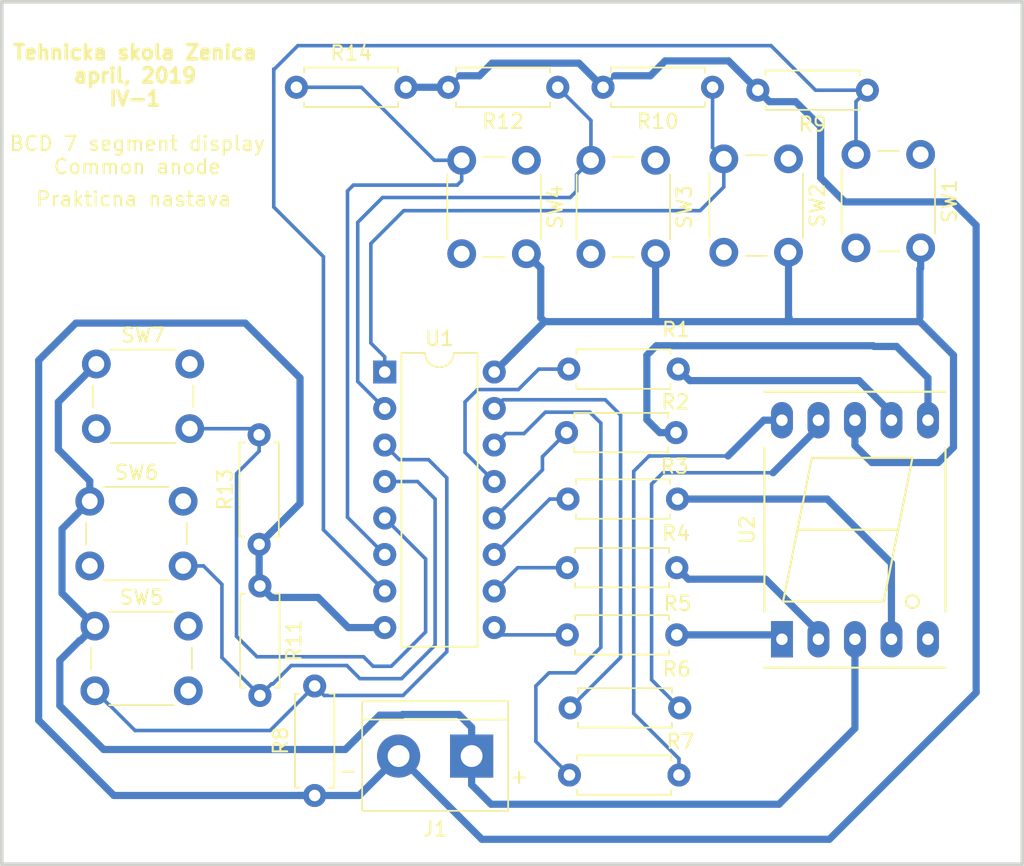
<source format=kicad_pcb>
(kicad_pcb (version 20171130) (host pcbnew 5.1.1-8be2ce7~80~ubuntu18.04.1)

  (general
    (thickness 1.6)
    (drawings 9)
    (tracks 231)
    (zones 0)
    (modules 24)
    (nets 24)
  )

  (page A4)
  (title_block
    (title "BCD 7 segment display CA")
    (date 2019-04-19)
    (rev v01)
    (company "Tehnicka skola Zenica")
    (comment 4 "Anel Husakovic")
  )

  (layers
    (0 F.Cu signal)
    (31 B.Cu signal)
    (32 B.Adhes user)
    (33 F.Adhes user)
    (34 B.Paste user)
    (35 F.Paste user)
    (36 B.SilkS user)
    (37 F.SilkS user)
    (38 B.Mask user)
    (39 F.Mask user)
    (40 Dwgs.User user)
    (41 Cmts.User user)
    (42 Eco1.User user)
    (43 Eco2.User user)
    (44 Edge.Cuts user)
    (45 Margin user)
    (46 B.CrtYd user)
    (47 F.CrtYd user)
    (48 B.Fab user)
    (49 F.Fab user)
  )

  (setup
    (last_trace_width 0.5)
    (user_trace_width 0.5)
    (trace_clearance 0.2)
    (zone_clearance 0.508)
    (zone_45_only no)
    (trace_min 0.2)
    (via_size 0.8)
    (via_drill 0.4)
    (via_min_size 0.4)
    (via_min_drill 0.3)
    (uvia_size 0.3)
    (uvia_drill 0.1)
    (uvias_allowed no)
    (uvia_min_size 0.2)
    (uvia_min_drill 0.1)
    (edge_width 0.05)
    (segment_width 0.2)
    (pcb_text_width 0.3)
    (pcb_text_size 1.5 1.5)
    (mod_edge_width 0.12)
    (mod_text_size 1 1)
    (mod_text_width 0.15)
    (pad_size 1.524 1.524)
    (pad_drill 0.762)
    (pad_to_mask_clearance 0.051)
    (solder_mask_min_width 0.25)
    (aux_axis_origin 0 0)
    (visible_elements FFFFFF7F)
    (pcbplotparams
      (layerselection 0x01160_fffffffe)
      (usegerberextensions false)
      (usegerberattributes false)
      (usegerberadvancedattributes false)
      (creategerberjobfile false)
      (excludeedgelayer true)
      (linewidth 0.100000)
      (plotframeref false)
      (viasonmask false)
      (mode 1)
      (useauxorigin false)
      (hpglpennumber 1)
      (hpglpenspeed 20)
      (hpglpendiameter 15.000000)
      (psnegative false)
      (psa4output false)
      (plotreference true)
      (plotvalue true)
      (plotinvisibletext false)
      (padsonsilk false)
      (subtractmaskfromsilk false)
      (outputformat 1)
      (mirror false)
      (drillshape 0)
      (scaleselection 1)
      (outputdirectory "gerbers/"))
  )

  (net 0 "")
  (net 1 "Net-(R1-Pad2)")
  (net 2 "Net-(R1-Pad1)")
  (net 3 "Net-(R2-Pad2)")
  (net 4 "Net-(R2-Pad1)")
  (net 5 "Net-(R3-Pad2)")
  (net 6 "Net-(R3-Pad1)")
  (net 7 "Net-(R4-Pad2)")
  (net 8 "Net-(R4-Pad1)")
  (net 9 "Net-(R5-Pad2)")
  (net 10 "Net-(R5-Pad1)")
  (net 11 "Net-(R6-Pad2)")
  (net 12 "Net-(R6-Pad1)")
  (net 13 "Net-(R7-Pad2)")
  (net 14 "Net-(R7-Pad1)")
  (net 15 "Net-(R8-Pad2)")
  (net 16 GND)
  (net 17 "Net-(R9-Pad1)")
  (net 18 "Net-(R10-Pad1)")
  (net 19 "Net-(R11-Pad2)")
  (net 20 "Net-(R12-Pad1)")
  (net 21 "Net-(R13-Pad2)")
  (net 22 "Net-(R14-Pad1)")
  (net 23 VCC)

  (net_class Default "This is the default net class."
    (clearance 0.2)
    (trace_width 0.25)
    (via_dia 0.8)
    (via_drill 0.4)
    (uvia_dia 0.3)
    (uvia_drill 0.1)
    (add_net GND)
    (add_net "Net-(R1-Pad1)")
    (add_net "Net-(R1-Pad2)")
    (add_net "Net-(R10-Pad1)")
    (add_net "Net-(R11-Pad2)")
    (add_net "Net-(R12-Pad1)")
    (add_net "Net-(R13-Pad2)")
    (add_net "Net-(R14-Pad1)")
    (add_net "Net-(R2-Pad1)")
    (add_net "Net-(R2-Pad2)")
    (add_net "Net-(R3-Pad1)")
    (add_net "Net-(R3-Pad2)")
    (add_net "Net-(R4-Pad1)")
    (add_net "Net-(R4-Pad2)")
    (add_net "Net-(R5-Pad1)")
    (add_net "Net-(R5-Pad2)")
    (add_net "Net-(R6-Pad1)")
    (add_net "Net-(R6-Pad2)")
    (add_net "Net-(R7-Pad1)")
    (add_net "Net-(R7-Pad2)")
    (add_net "Net-(R8-Pad2)")
    (add_net "Net-(R9-Pad1)")
    (add_net VCC)
  )

  (module Button_Switch_THT:SW_PUSH_6mm (layer F.Cu) (tedit 5A02FE31) (tstamp 5CBA51FF)
    (at 99.9744 78.4352)
    (descr https://www.omron.com/ecb/products/pdf/en-b3f.pdf)
    (tags "tact sw push 6mm")
    (path /5CBCA9DE)
    (fp_text reference SW5 (at 3.25 -2) (layer F.SilkS)
      (effects (font (size 1 1) (thickness 0.15)))
    )
    (fp_text value ~LT (at 3.75 6.7) (layer F.Fab)
      (effects (font (size 1 1) (thickness 0.15)))
    )
    (fp_text user %R (at 3.2512 2.286 180) (layer F.Fab)
      (effects (font (size 1 1) (thickness 0.15)))
    )
    (fp_line (start 3.25 -0.75) (end 6.25 -0.75) (layer F.Fab) (width 0.1))
    (fp_line (start 6.25 -0.75) (end 6.25 5.25) (layer F.Fab) (width 0.1))
    (fp_line (start 6.25 5.25) (end 0.25 5.25) (layer F.Fab) (width 0.1))
    (fp_line (start 0.25 5.25) (end 0.25 -0.75) (layer F.Fab) (width 0.1))
    (fp_line (start 0.25 -0.75) (end 3.25 -0.75) (layer F.Fab) (width 0.1))
    (fp_line (start 7.75 6) (end 8 6) (layer F.CrtYd) (width 0.05))
    (fp_line (start 8 6) (end 8 5.75) (layer F.CrtYd) (width 0.05))
    (fp_line (start 7.75 -1.5) (end 8 -1.5) (layer F.CrtYd) (width 0.05))
    (fp_line (start 8 -1.5) (end 8 -1.25) (layer F.CrtYd) (width 0.05))
    (fp_line (start -1.5 -1.25) (end -1.5 -1.5) (layer F.CrtYd) (width 0.05))
    (fp_line (start -1.5 -1.5) (end -1.25 -1.5) (layer F.CrtYd) (width 0.05))
    (fp_line (start -1.5 5.75) (end -1.5 6) (layer F.CrtYd) (width 0.05))
    (fp_line (start -1.5 6) (end -1.25 6) (layer F.CrtYd) (width 0.05))
    (fp_line (start -1.25 -1.5) (end 7.75 -1.5) (layer F.CrtYd) (width 0.05))
    (fp_line (start -1.5 5.75) (end -1.5 -1.25) (layer F.CrtYd) (width 0.05))
    (fp_line (start 7.75 6) (end -1.25 6) (layer F.CrtYd) (width 0.05))
    (fp_line (start 8 -1.25) (end 8 5.75) (layer F.CrtYd) (width 0.05))
    (fp_line (start 1 5.5) (end 5.5 5.5) (layer F.SilkS) (width 0.12))
    (fp_line (start -0.25 1.5) (end -0.25 3) (layer F.SilkS) (width 0.12))
    (fp_line (start 5.5 -1) (end 1 -1) (layer F.SilkS) (width 0.12))
    (fp_line (start 6.75 3) (end 6.75 1.5) (layer F.SilkS) (width 0.12))
    (fp_circle (center 3.25 2.25) (end 1.25 2.5) (layer F.Fab) (width 0.1))
    (pad 2 thru_hole circle (at 0 4.5 90) (size 2 2) (drill 1.1) (layers *.Cu *.Mask)
      (net 15 "Net-(R8-Pad2)"))
    (pad 1 thru_hole circle (at 0 0 90) (size 2 2) (drill 1.1) (layers *.Cu *.Mask)
      (net 23 VCC))
    (pad 2 thru_hole circle (at 6.5 4.5 90) (size 2 2) (drill 1.1) (layers *.Cu *.Mask)
      (net 15 "Net-(R8-Pad2)"))
    (pad 1 thru_hole circle (at 6.5 0 90) (size 2 2) (drill 1.1) (layers *.Cu *.Mask)
      (net 23 VCC))
    (model ${KISYS3DMOD}/Button_Switch_THT.3dshapes/SW_PUSH_6mm.wrl
      (at (xyz 0 0 0))
      (scale (xyz 1 1 1))
      (rotate (xyz 0 0 0))
    )
  )

  (module Resistor_THT:R_Axial_DIN0207_L6.3mm_D2.5mm_P7.62mm_Horizontal (layer F.Cu) (tedit 5AE5139B) (tstamp 5CBA514D)
    (at 111.4044 72.7456 90)
    (descr "Resistor, Axial_DIN0207 series, Axial, Horizontal, pin pitch=7.62mm, 0.25W = 1/4W, length*diameter=6.3*2.5mm^2, http://cdn-reichelt.de/documents/datenblatt/B400/1_4W%23YAG.pdf")
    (tags "Resistor Axial_DIN0207 series Axial Horizontal pin pitch 7.62mm 0.25W = 1/4W length 6.3mm diameter 2.5mm")
    (path /5CBE4F33)
    (fp_text reference R13 (at 3.81 -2.37 90) (layer F.SilkS)
      (effects (font (size 1 1) (thickness 0.15)))
    )
    (fp_text value 10k (at 3.81 2.37 90) (layer F.Fab)
      (effects (font (size 1 1) (thickness 0.15)))
    )
    (fp_text user %R (at 4.6736 0 90) (layer F.Fab)
      (effects (font (size 1 1) (thickness 0.15)))
    )
    (fp_line (start 8.67 -1.5) (end -1.05 -1.5) (layer F.CrtYd) (width 0.05))
    (fp_line (start 8.67 1.5) (end 8.67 -1.5) (layer F.CrtYd) (width 0.05))
    (fp_line (start -1.05 1.5) (end 8.67 1.5) (layer F.CrtYd) (width 0.05))
    (fp_line (start -1.05 -1.5) (end -1.05 1.5) (layer F.CrtYd) (width 0.05))
    (fp_line (start 7.08 1.37) (end 7.08 1.04) (layer F.SilkS) (width 0.12))
    (fp_line (start 0.54 1.37) (end 7.08 1.37) (layer F.SilkS) (width 0.12))
    (fp_line (start 0.54 1.04) (end 0.54 1.37) (layer F.SilkS) (width 0.12))
    (fp_line (start 7.08 -1.37) (end 7.08 -1.04) (layer F.SilkS) (width 0.12))
    (fp_line (start 0.54 -1.37) (end 7.08 -1.37) (layer F.SilkS) (width 0.12))
    (fp_line (start 0.54 -1.04) (end 0.54 -1.37) (layer F.SilkS) (width 0.12))
    (fp_line (start 7.62 0) (end 6.96 0) (layer F.Fab) (width 0.1))
    (fp_line (start 0 0) (end 0.66 0) (layer F.Fab) (width 0.1))
    (fp_line (start 6.96 -1.25) (end 0.66 -1.25) (layer F.Fab) (width 0.1))
    (fp_line (start 6.96 1.25) (end 6.96 -1.25) (layer F.Fab) (width 0.1))
    (fp_line (start 0.66 1.25) (end 6.96 1.25) (layer F.Fab) (width 0.1))
    (fp_line (start 0.66 -1.25) (end 0.66 1.25) (layer F.Fab) (width 0.1))
    (pad 2 thru_hole oval (at 7.62 0 90) (size 1.6 1.6) (drill 0.8) (layers *.Cu *.Mask)
      (net 21 "Net-(R13-Pad2)"))
    (pad 1 thru_hole circle (at 0 0 90) (size 1.6 1.6) (drill 0.8) (layers *.Cu *.Mask)
      (net 16 GND))
    (model ${KISYS3DMOD}/Resistor_THT.3dshapes/R_Axial_DIN0207_L6.3mm_D2.5mm_P7.62mm_Horizontal.wrl
      (at (xyz 0 0 0))
      (scale (xyz 1 1 1))
      (rotate (xyz 0 0 0))
    )
  )

  (module Resistor_THT:R_Axial_DIN0207_L6.3mm_D2.5mm_P7.62mm_Horizontal (layer F.Cu) (tedit 5AE5139B) (tstamp 5CBA50AC)
    (at 140.6652 84.1248 180)
    (descr "Resistor, Axial_DIN0207 series, Axial, Horizontal, pin pitch=7.62mm, 0.25W = 1/4W, length*diameter=6.3*2.5mm^2, http://cdn-reichelt.de/documents/datenblatt/B400/1_4W%23YAG.pdf")
    (tags "Resistor Axial_DIN0207 series Axial Horizontal pin pitch 7.62mm 0.25W = 1/4W length 6.3mm diameter 2.5mm")
    (path /5CBA4473)
    (fp_text reference R6 (at 0.2032 2.6924) (layer F.SilkS)
      (effects (font (size 1 1) (thickness 0.15)))
    )
    (fp_text value 330E (at 3.81 2.37) (layer F.Fab)
      (effects (font (size 1 1) (thickness 0.15)))
    )
    (fp_text user %R (at 3.81 0) (layer F.Fab)
      (effects (font (size 1 1) (thickness 0.15)))
    )
    (fp_line (start 8.67 -1.5) (end -1.05 -1.5) (layer F.CrtYd) (width 0.05))
    (fp_line (start 8.67 1.5) (end 8.67 -1.5) (layer F.CrtYd) (width 0.05))
    (fp_line (start -1.05 1.5) (end 8.67 1.5) (layer F.CrtYd) (width 0.05))
    (fp_line (start -1.05 -1.5) (end -1.05 1.5) (layer F.CrtYd) (width 0.05))
    (fp_line (start 7.08 1.37) (end 7.08 1.04) (layer F.SilkS) (width 0.12))
    (fp_line (start 0.54 1.37) (end 7.08 1.37) (layer F.SilkS) (width 0.12))
    (fp_line (start 0.54 1.04) (end 0.54 1.37) (layer F.SilkS) (width 0.12))
    (fp_line (start 7.08 -1.37) (end 7.08 -1.04) (layer F.SilkS) (width 0.12))
    (fp_line (start 0.54 -1.37) (end 7.08 -1.37) (layer F.SilkS) (width 0.12))
    (fp_line (start 0.54 -1.04) (end 0.54 -1.37) (layer F.SilkS) (width 0.12))
    (fp_line (start 7.62 0) (end 6.96 0) (layer F.Fab) (width 0.1))
    (fp_line (start 0 0) (end 0.66 0) (layer F.Fab) (width 0.1))
    (fp_line (start 6.96 -1.25) (end 0.66 -1.25) (layer F.Fab) (width 0.1))
    (fp_line (start 6.96 1.25) (end 6.96 -1.25) (layer F.Fab) (width 0.1))
    (fp_line (start 0.66 1.25) (end 6.96 1.25) (layer F.Fab) (width 0.1))
    (fp_line (start 0.66 -1.25) (end 0.66 1.25) (layer F.Fab) (width 0.1))
    (pad 2 thru_hole oval (at 7.62 0 180) (size 1.6 1.6) (drill 0.8) (layers *.Cu *.Mask)
      (net 11 "Net-(R6-Pad2)"))
    (pad 1 thru_hole circle (at 0 0 180) (size 1.6 1.6) (drill 0.8) (layers *.Cu *.Mask)
      (net 12 "Net-(R6-Pad1)"))
    (model ${KISYS3DMOD}/Resistor_THT.3dshapes/R_Axial_DIN0207_L6.3mm_D2.5mm_P7.62mm_Horizontal.wrl
      (at (xyz 0 0 0))
      (scale (xyz 1 1 1))
      (rotate (xyz 0 0 0))
    )
  )

  (module TerminalBlock:TerminalBlock_bornier-2_P5.08mm (layer F.Cu) (tedit 59FF03AB) (tstamp 5CBAA201)
    (at 126.1872 87.4776 180)
    (descr "simple 2-pin terminal block, pitch 5.08mm, revamped version of bornier2")
    (tags "terminal block bornier2")
    (path /5CC69B8B)
    (fp_text reference J1 (at 2.54 -5.08) (layer F.SilkS)
      (effects (font (size 1 1) (thickness 0.15)))
    )
    (fp_text value Screw_Terminal_01x02 (at 2.54 5.08) (layer F.Fab)
      (effects (font (size 1 1) (thickness 0.15)))
    )
    (fp_line (start 7.79 4) (end -2.71 4) (layer F.CrtYd) (width 0.05))
    (fp_line (start 7.79 4) (end 7.79 -4) (layer F.CrtYd) (width 0.05))
    (fp_line (start -2.71 -4) (end -2.71 4) (layer F.CrtYd) (width 0.05))
    (fp_line (start -2.71 -4) (end 7.79 -4) (layer F.CrtYd) (width 0.05))
    (fp_line (start -2.54 3.81) (end 7.62 3.81) (layer F.SilkS) (width 0.12))
    (fp_line (start -2.54 -3.81) (end -2.54 3.81) (layer F.SilkS) (width 0.12))
    (fp_line (start 7.62 -3.81) (end -2.54 -3.81) (layer F.SilkS) (width 0.12))
    (fp_line (start 7.62 3.81) (end 7.62 -3.81) (layer F.SilkS) (width 0.12))
    (fp_line (start 7.62 2.54) (end -2.54 2.54) (layer F.SilkS) (width 0.12))
    (fp_line (start 7.54 -3.75) (end -2.46 -3.75) (layer F.Fab) (width 0.1))
    (fp_line (start 7.54 3.75) (end 7.54 -3.75) (layer F.Fab) (width 0.1))
    (fp_line (start -2.46 3.75) (end 7.54 3.75) (layer F.Fab) (width 0.1))
    (fp_line (start -2.46 -3.75) (end -2.46 3.75) (layer F.Fab) (width 0.1))
    (fp_line (start -2.41 2.55) (end 7.49 2.55) (layer F.Fab) (width 0.1))
    (fp_text user %R (at 2.54 0) (layer F.Fab)
      (effects (font (size 1 1) (thickness 0.15)))
    )
    (pad 2 thru_hole circle (at 5.08 0 180) (size 3 3) (drill 1.52) (layers *.Cu *.Mask)
      (net 16 GND))
    (pad 1 thru_hole rect (at 0 0 180) (size 3 3) (drill 1.52) (layers *.Cu *.Mask)
      (net 23 VCC))
    (model ${KISYS3DMOD}/TerminalBlock.3dshapes/TerminalBlock_bornier-2_P5.08mm.wrl
      (offset (xyz 2.539999961853027 0 0))
      (scale (xyz 1 1 1))
      (rotate (xyz 0 0 0))
    )
  )

  (module Display_7Segment:7SegmentLED_LTS6760_LTS6780 (layer F.Cu) (tedit 5BE69100) (tstamp 5CBA64A7)
    (at 147.7772 79.3496 90)
    (descr "7-Segment Display, LTS67x0, http://optoelectronics.liteon.com/upload/download/DS30-2001-355/S6760jd.pdf")
    (tags "7Segment LED LTS6760 LTS6780")
    (path /5CC2DCB0)
    (fp_text reference U2 (at 7.62 -2.42 90) (layer F.SilkS)
      (effects (font (size 1 1) (thickness 0.15)))
    )
    (fp_text value 5161AS-CA (at 7.62 12.58 90) (layer F.Fab)
      (effects (font (size 1 1) (thickness 0.15)))
    )
    (fp_line (start -2.38 -1.67) (end 17.62 -1.67) (layer F.CrtYd) (width 0.05))
    (fp_line (start -2.38 11.83) (end -2.38 -1.67) (layer F.CrtYd) (width 0.05))
    (fp_line (start 17.62 11.83) (end -2.38 11.83) (layer F.CrtYd) (width 0.05))
    (fp_line (start 17.62 -1.67) (end 17.62 11.83) (layer F.CrtYd) (width 0.05))
    (fp_text user %R (at 7.87 5.08 90) (layer F.Fab)
      (effects (font (size 1 1) (thickness 0.15)))
    )
    (fp_line (start 12.62 2.08) (end 7.62 1.08) (layer F.SilkS) (width 0.15))
    (fp_line (start 7.62 1.08) (end 2.62 0.08) (layer F.SilkS) (width 0.15))
    (fp_line (start 2.62 0.08) (end 2.62 7.08) (layer F.SilkS) (width 0.15))
    (fp_line (start 2.62 7.08) (end 7.62 8.08) (layer F.SilkS) (width 0.15))
    (fp_line (start 12.62 9.08) (end 7.62 8.08) (layer F.SilkS) (width 0.15))
    (fp_line (start 7.62 8.08) (end 7.62 1.08) (layer F.SilkS) (width 0.15))
    (fp_line (start 12.62 2.08) (end 12.62 9.08) (layer F.SilkS) (width 0.15))
    (fp_line (start -1.98 11.38) (end -1.98 -1.22) (layer F.SilkS) (width 0.15))
    (fp_line (start 13.32 -1.22) (end 1.92 -1.22) (layer F.SilkS) (width 0.15))
    (fp_line (start 13.32 11.38) (end 1.92 11.38) (layer F.SilkS) (width 0.15))
    (fp_line (start 17.22 -1.22) (end 17.22 11.38) (layer F.SilkS) (width 0.15))
    (fp_circle (center 2.62 9.08) (end 2.42 9.48) (layer F.SilkS) (width 0.15))
    (fp_line (start -1.88 11.33) (end 17.12 11.33) (layer F.Fab) (width 0.1))
    (fp_line (start 17.12 11.33) (end 17.12 -1.17) (layer F.Fab) (width 0.1))
    (fp_line (start 17.12 -1.17) (end -0.88 -1.17) (layer F.Fab) (width 0.1))
    (fp_line (start -0.88 -1.17) (end -1.88 -0.17) (layer F.Fab) (width 0.1))
    (fp_line (start -1.88 -0.17) (end -1.88 11.33) (layer F.Fab) (width 0.1))
    (pad 1 thru_hole rect (at 0 0) (size 1.524 2.524) (drill 0.8) (layers *.Cu *.Mask)
      (net 10 "Net-(R5-Pad1)"))
    (pad 2 thru_hole oval (at 0 2.54) (size 1.524 2.524) (drill 0.8) (layers *.Cu *.Mask)
      (net 8 "Net-(R4-Pad1)"))
    (pad 3 thru_hole oval (at 0 5.08) (size 1.524 2.524) (drill 0.8) (layers *.Cu *.Mask)
      (net 23 VCC))
    (pad 4 thru_hole oval (at 0 7.62) (size 1.524 2.524) (drill 0.8) (layers *.Cu *.Mask)
      (net 6 "Net-(R3-Pad1)"))
    (pad 5 thru_hole oval (at 0 10.16) (size 1.524 2.524) (drill 0.8) (layers *.Cu *.Mask))
    (pad 6 thru_hole oval (at 15.24 10.16) (size 1.524 2.524) (drill 0.8) (layers *.Cu *.Mask)
      (net 4 "Net-(R2-Pad1)"))
    (pad 7 thru_hole oval (at 15.24 7.62) (size 1.524 2.524) (drill 0.8) (layers *.Cu *.Mask)
      (net 2 "Net-(R1-Pad1)"))
    (pad 8 thru_hole oval (at 15.24 5.08) (size 1.524 2.524) (drill 0.8) (layers *.Cu *.Mask)
      (net 23 VCC))
    (pad 9 thru_hole oval (at 15.24 2.54) (size 1.524 2.524) (drill 0.8) (layers *.Cu *.Mask)
      (net 12 "Net-(R6-Pad1)"))
    (pad 10 thru_hole oval (at 15.24 0) (size 1.524 2.524) (drill 0.8) (layers *.Cu *.Mask)
      (net 14 "Net-(R7-Pad1)"))
    (model ${KISYS3DMOD}/Display_7Segment.3dshapes/7SegmentLED_LTS6760_LTS6780.wrl
      (at (xyz 0 0 0))
      (scale (xyz 1 1 1))
      (rotate (xyz 0 0 0))
    )
  )

  (module Resistor_THT:R_Axial_DIN0207_L6.3mm_D2.5mm_P7.62mm_Horizontal (layer F.Cu) (tedit 5AE5139B) (tstamp 5CBA605D)
    (at 140.5636 60.5536 180)
    (descr "Resistor, Axial_DIN0207 series, Axial, Horizontal, pin pitch=7.62mm, 0.25W = 1/4W, length*diameter=6.3*2.5mm^2, http://cdn-reichelt.de/documents/datenblatt/B400/1_4W%23YAG.pdf")
    (tags "Resistor Axial_DIN0207 series Axial Horizontal pin pitch 7.62mm 0.25W = 1/4W length 6.3mm diameter 2.5mm")
    (path /5CC29A8E)
    (fp_text reference R1 (at 0.1524 2.7432) (layer F.SilkS)
      (effects (font (size 1 1) (thickness 0.15)))
    )
    (fp_text value 330E (at 3.81 2.37) (layer F.Fab)
      (effects (font (size 1 1) (thickness 0.15)))
    )
    (fp_text user %R (at 3.81 0) (layer F.Fab)
      (effects (font (size 1 1) (thickness 0.15)))
    )
    (fp_line (start 8.67 -1.5) (end -1.05 -1.5) (layer F.CrtYd) (width 0.05))
    (fp_line (start 8.67 1.5) (end 8.67 -1.5) (layer F.CrtYd) (width 0.05))
    (fp_line (start -1.05 1.5) (end 8.67 1.5) (layer F.CrtYd) (width 0.05))
    (fp_line (start -1.05 -1.5) (end -1.05 1.5) (layer F.CrtYd) (width 0.05))
    (fp_line (start 7.08 1.37) (end 7.08 1.04) (layer F.SilkS) (width 0.12))
    (fp_line (start 0.54 1.37) (end 7.08 1.37) (layer F.SilkS) (width 0.12))
    (fp_line (start 0.54 1.04) (end 0.54 1.37) (layer F.SilkS) (width 0.12))
    (fp_line (start 7.08 -1.37) (end 7.08 -1.04) (layer F.SilkS) (width 0.12))
    (fp_line (start 0.54 -1.37) (end 7.08 -1.37) (layer F.SilkS) (width 0.12))
    (fp_line (start 0.54 -1.04) (end 0.54 -1.37) (layer F.SilkS) (width 0.12))
    (fp_line (start 7.62 0) (end 6.96 0) (layer F.Fab) (width 0.1))
    (fp_line (start 0 0) (end 0.66 0) (layer F.Fab) (width 0.1))
    (fp_line (start 6.96 -1.25) (end 0.66 -1.25) (layer F.Fab) (width 0.1))
    (fp_line (start 6.96 1.25) (end 6.96 -1.25) (layer F.Fab) (width 0.1))
    (fp_line (start 0.66 1.25) (end 6.96 1.25) (layer F.Fab) (width 0.1))
    (fp_line (start 0.66 -1.25) (end 0.66 1.25) (layer F.Fab) (width 0.1))
    (pad 2 thru_hole oval (at 7.62 0 180) (size 1.6 1.6) (drill 0.8) (layers *.Cu *.Mask)
      (net 1 "Net-(R1-Pad2)"))
    (pad 1 thru_hole circle (at 0 0 180) (size 1.6 1.6) (drill 0.8) (layers *.Cu *.Mask)
      (net 2 "Net-(R1-Pad1)"))
    (model ${KISYS3DMOD}/Resistor_THT.3dshapes/R_Axial_DIN0207_L6.3mm_D2.5mm_P7.62mm_Horizontal.wrl
      (at (xyz 0 0 0))
      (scale (xyz 1 1 1))
      (rotate (xyz 0 0 0))
    )
  )

  (module Resistor_THT:R_Axial_DIN0207_L6.3mm_D2.5mm_P7.62mm_Horizontal (layer F.Cu) (tedit 5AE5139B) (tstamp 5CBA5050)
    (at 140.4112 64.9732 180)
    (descr "Resistor, Axial_DIN0207 series, Axial, Horizontal, pin pitch=7.62mm, 0.25W = 1/4W, length*diameter=6.3*2.5mm^2, http://cdn-reichelt.de/documents/datenblatt/B400/1_4W%23YAG.pdf")
    (tags "Resistor Axial_DIN0207 series Axial Horizontal pin pitch 7.62mm 0.25W = 1/4W length 6.3mm diameter 2.5mm")
    (path /5CBA3A1C)
    (fp_text reference R2 (at 0.0508 2.1336) (layer F.SilkS)
      (effects (font (size 1 1) (thickness 0.15)))
    )
    (fp_text value 330E (at 3.81 2.37) (layer F.Fab)
      (effects (font (size 1 1) (thickness 0.15)))
    )
    (fp_text user %R (at 3.81 0) (layer F.Fab)
      (effects (font (size 1 1) (thickness 0.15)))
    )
    (fp_line (start 8.67 -1.5) (end -1.05 -1.5) (layer F.CrtYd) (width 0.05))
    (fp_line (start 8.67 1.5) (end 8.67 -1.5) (layer F.CrtYd) (width 0.05))
    (fp_line (start -1.05 1.5) (end 8.67 1.5) (layer F.CrtYd) (width 0.05))
    (fp_line (start -1.05 -1.5) (end -1.05 1.5) (layer F.CrtYd) (width 0.05))
    (fp_line (start 7.08 1.37) (end 7.08 1.04) (layer F.SilkS) (width 0.12))
    (fp_line (start 0.54 1.37) (end 7.08 1.37) (layer F.SilkS) (width 0.12))
    (fp_line (start 0.54 1.04) (end 0.54 1.37) (layer F.SilkS) (width 0.12))
    (fp_line (start 7.08 -1.37) (end 7.08 -1.04) (layer F.SilkS) (width 0.12))
    (fp_line (start 0.54 -1.37) (end 7.08 -1.37) (layer F.SilkS) (width 0.12))
    (fp_line (start 0.54 -1.04) (end 0.54 -1.37) (layer F.SilkS) (width 0.12))
    (fp_line (start 7.62 0) (end 6.96 0) (layer F.Fab) (width 0.1))
    (fp_line (start 0 0) (end 0.66 0) (layer F.Fab) (width 0.1))
    (fp_line (start 6.96 -1.25) (end 0.66 -1.25) (layer F.Fab) (width 0.1))
    (fp_line (start 6.96 1.25) (end 6.96 -1.25) (layer F.Fab) (width 0.1))
    (fp_line (start 0.66 1.25) (end 6.96 1.25) (layer F.Fab) (width 0.1))
    (fp_line (start 0.66 -1.25) (end 0.66 1.25) (layer F.Fab) (width 0.1))
    (pad 2 thru_hole oval (at 7.62 0 180) (size 1.6 1.6) (drill 0.8) (layers *.Cu *.Mask)
      (net 3 "Net-(R2-Pad2)"))
    (pad 1 thru_hole circle (at 0 0 180) (size 1.6 1.6) (drill 0.8) (layers *.Cu *.Mask)
      (net 4 "Net-(R2-Pad1)"))
    (model ${KISYS3DMOD}/Resistor_THT.3dshapes/R_Axial_DIN0207_L6.3mm_D2.5mm_P7.62mm_Horizontal.wrl
      (at (xyz 0 0 0))
      (scale (xyz 1 1 1))
      (rotate (xyz 0 0 0))
    )
  )

  (module Resistor_THT:R_Axial_DIN0207_L6.3mm_D2.5mm_P7.62mm_Horizontal (layer F.Cu) (tedit 5AE5139B) (tstamp 5CBA5067)
    (at 140.5128 69.596 180)
    (descr "Resistor, Axial_DIN0207 series, Axial, Horizontal, pin pitch=7.62mm, 0.25W = 1/4W, length*diameter=6.3*2.5mm^2, http://cdn-reichelt.de/documents/datenblatt/B400/1_4W%23YAG.pdf")
    (tags "Resistor Axial_DIN0207 series Axial Horizontal pin pitch 7.62mm 0.25W = 1/4W length 6.3mm diameter 2.5mm")
    (path /5CBA3D30)
    (fp_text reference R3 (at 0.2032 2.286) (layer F.SilkS)
      (effects (font (size 1 1) (thickness 0.15)))
    )
    (fp_text value 330E (at 3.81 2.37) (layer F.Fab)
      (effects (font (size 1 1) (thickness 0.15)))
    )
    (fp_line (start 0.66 -1.25) (end 0.66 1.25) (layer F.Fab) (width 0.1))
    (fp_line (start 0.66 1.25) (end 6.96 1.25) (layer F.Fab) (width 0.1))
    (fp_line (start 6.96 1.25) (end 6.96 -1.25) (layer F.Fab) (width 0.1))
    (fp_line (start 6.96 -1.25) (end 0.66 -1.25) (layer F.Fab) (width 0.1))
    (fp_line (start 0 0) (end 0.66 0) (layer F.Fab) (width 0.1))
    (fp_line (start 7.62 0) (end 6.96 0) (layer F.Fab) (width 0.1))
    (fp_line (start 0.54 -1.04) (end 0.54 -1.37) (layer F.SilkS) (width 0.12))
    (fp_line (start 0.54 -1.37) (end 7.08 -1.37) (layer F.SilkS) (width 0.12))
    (fp_line (start 7.08 -1.37) (end 7.08 -1.04) (layer F.SilkS) (width 0.12))
    (fp_line (start 0.54 1.04) (end 0.54 1.37) (layer F.SilkS) (width 0.12))
    (fp_line (start 0.54 1.37) (end 7.08 1.37) (layer F.SilkS) (width 0.12))
    (fp_line (start 7.08 1.37) (end 7.08 1.04) (layer F.SilkS) (width 0.12))
    (fp_line (start -1.05 -1.5) (end -1.05 1.5) (layer F.CrtYd) (width 0.05))
    (fp_line (start -1.05 1.5) (end 8.67 1.5) (layer F.CrtYd) (width 0.05))
    (fp_line (start 8.67 1.5) (end 8.67 -1.5) (layer F.CrtYd) (width 0.05))
    (fp_line (start 8.67 -1.5) (end -1.05 -1.5) (layer F.CrtYd) (width 0.05))
    (fp_text user %R (at 3.81 0) (layer F.Fab)
      (effects (font (size 1 1) (thickness 0.15)))
    )
    (pad 1 thru_hole circle (at 0 0 180) (size 1.6 1.6) (drill 0.8) (layers *.Cu *.Mask)
      (net 6 "Net-(R3-Pad1)"))
    (pad 2 thru_hole oval (at 7.62 0 180) (size 1.6 1.6) (drill 0.8) (layers *.Cu *.Mask)
      (net 5 "Net-(R3-Pad2)"))
    (model ${KISYS3DMOD}/Resistor_THT.3dshapes/R_Axial_DIN0207_L6.3mm_D2.5mm_P7.62mm_Horizontal.wrl
      (at (xyz 0 0 0))
      (scale (xyz 1 1 1))
      (rotate (xyz 0 0 0))
    )
  )

  (module Resistor_THT:R_Axial_DIN0207_L6.3mm_D2.5mm_P7.62mm_Horizontal (layer F.Cu) (tedit 5AE5139B) (tstamp 5CBA507E)
    (at 140.462 74.3712 180)
    (descr "Resistor, Axial_DIN0207 series, Axial, Horizontal, pin pitch=7.62mm, 0.25W = 1/4W, length*diameter=6.3*2.5mm^2, http://cdn-reichelt.de/documents/datenblatt/B400/1_4W%23YAG.pdf")
    (tags "Resistor Axial_DIN0207 series Axial Horizontal pin pitch 7.62mm 0.25W = 1/4W length 6.3mm diameter 2.5mm")
    (path /5CBA3FB8)
    (fp_text reference R4 (at 0.0508 2.3876) (layer F.SilkS)
      (effects (font (size 1 1) (thickness 0.15)))
    )
    (fp_text value 330E (at 3.81 2.37) (layer F.Fab)
      (effects (font (size 1 1) (thickness 0.15)))
    )
    (fp_text user %R (at 3.81 0) (layer F.Fab)
      (effects (font (size 1 1) (thickness 0.15)))
    )
    (fp_line (start 8.67 -1.5) (end -1.05 -1.5) (layer F.CrtYd) (width 0.05))
    (fp_line (start 8.67 1.5) (end 8.67 -1.5) (layer F.CrtYd) (width 0.05))
    (fp_line (start -1.05 1.5) (end 8.67 1.5) (layer F.CrtYd) (width 0.05))
    (fp_line (start -1.05 -1.5) (end -1.05 1.5) (layer F.CrtYd) (width 0.05))
    (fp_line (start 7.08 1.37) (end 7.08 1.04) (layer F.SilkS) (width 0.12))
    (fp_line (start 0.54 1.37) (end 7.08 1.37) (layer F.SilkS) (width 0.12))
    (fp_line (start 0.54 1.04) (end 0.54 1.37) (layer F.SilkS) (width 0.12))
    (fp_line (start 7.08 -1.37) (end 7.08 -1.04) (layer F.SilkS) (width 0.12))
    (fp_line (start 0.54 -1.37) (end 7.08 -1.37) (layer F.SilkS) (width 0.12))
    (fp_line (start 0.54 -1.04) (end 0.54 -1.37) (layer F.SilkS) (width 0.12))
    (fp_line (start 7.62 0) (end 6.96 0) (layer F.Fab) (width 0.1))
    (fp_line (start 0 0) (end 0.66 0) (layer F.Fab) (width 0.1))
    (fp_line (start 6.96 -1.25) (end 0.66 -1.25) (layer F.Fab) (width 0.1))
    (fp_line (start 6.96 1.25) (end 6.96 -1.25) (layer F.Fab) (width 0.1))
    (fp_line (start 0.66 1.25) (end 6.96 1.25) (layer F.Fab) (width 0.1))
    (fp_line (start 0.66 -1.25) (end 0.66 1.25) (layer F.Fab) (width 0.1))
    (pad 2 thru_hole oval (at 7.62 0 180) (size 1.6 1.6) (drill 0.8) (layers *.Cu *.Mask)
      (net 7 "Net-(R4-Pad2)"))
    (pad 1 thru_hole circle (at 0 0 180) (size 1.6 1.6) (drill 0.8) (layers *.Cu *.Mask)
      (net 8 "Net-(R4-Pad1)"))
    (model ${KISYS3DMOD}/Resistor_THT.3dshapes/R_Axial_DIN0207_L6.3mm_D2.5mm_P7.62mm_Horizontal.wrl
      (at (xyz 0 0 0))
      (scale (xyz 1 1 1))
      (rotate (xyz 0 0 0))
    )
  )

  (module Resistor_THT:R_Axial_DIN0207_L6.3mm_D2.5mm_P7.62mm_Horizontal (layer F.Cu) (tedit 5AE5139B) (tstamp 5CBA5095)
    (at 140.462 79.0448 180)
    (descr "Resistor, Axial_DIN0207 series, Axial, Horizontal, pin pitch=7.62mm, 0.25W = 1/4W, length*diameter=6.3*2.5mm^2, http://cdn-reichelt.de/documents/datenblatt/B400/1_4W%23YAG.pdf")
    (tags "Resistor Axial_DIN0207 series Axial Horizontal pin pitch 7.62mm 0.25W = 1/4W length 6.3mm diameter 2.5mm")
    (path /5CBA41D3)
    (fp_text reference R5 (at -0.0508 2.1844) (layer F.SilkS)
      (effects (font (size 1 1) (thickness 0.15)))
    )
    (fp_text value 330E (at 3.81 2.37) (layer F.Fab)
      (effects (font (size 1 1) (thickness 0.15)))
    )
    (fp_line (start 0.66 -1.25) (end 0.66 1.25) (layer F.Fab) (width 0.1))
    (fp_line (start 0.66 1.25) (end 6.96 1.25) (layer F.Fab) (width 0.1))
    (fp_line (start 6.96 1.25) (end 6.96 -1.25) (layer F.Fab) (width 0.1))
    (fp_line (start 6.96 -1.25) (end 0.66 -1.25) (layer F.Fab) (width 0.1))
    (fp_line (start 0 0) (end 0.66 0) (layer F.Fab) (width 0.1))
    (fp_line (start 7.62 0) (end 6.96 0) (layer F.Fab) (width 0.1))
    (fp_line (start 0.54 -1.04) (end 0.54 -1.37) (layer F.SilkS) (width 0.12))
    (fp_line (start 0.54 -1.37) (end 7.08 -1.37) (layer F.SilkS) (width 0.12))
    (fp_line (start 7.08 -1.37) (end 7.08 -1.04) (layer F.SilkS) (width 0.12))
    (fp_line (start 0.54 1.04) (end 0.54 1.37) (layer F.SilkS) (width 0.12))
    (fp_line (start 0.54 1.37) (end 7.08 1.37) (layer F.SilkS) (width 0.12))
    (fp_line (start 7.08 1.37) (end 7.08 1.04) (layer F.SilkS) (width 0.12))
    (fp_line (start -1.05 -1.5) (end -1.05 1.5) (layer F.CrtYd) (width 0.05))
    (fp_line (start -1.05 1.5) (end 8.67 1.5) (layer F.CrtYd) (width 0.05))
    (fp_line (start 8.67 1.5) (end 8.67 -1.5) (layer F.CrtYd) (width 0.05))
    (fp_line (start 8.67 -1.5) (end -1.05 -1.5) (layer F.CrtYd) (width 0.05))
    (fp_text user %R (at 3.81 0) (layer F.Fab)
      (effects (font (size 1 1) (thickness 0.15)))
    )
    (pad 1 thru_hole circle (at 0 0 180) (size 1.6 1.6) (drill 0.8) (layers *.Cu *.Mask)
      (net 10 "Net-(R5-Pad1)"))
    (pad 2 thru_hole oval (at 7.62 0 180) (size 1.6 1.6) (drill 0.8) (layers *.Cu *.Mask)
      (net 9 "Net-(R5-Pad2)"))
    (model ${KISYS3DMOD}/Resistor_THT.3dshapes/R_Axial_DIN0207_L6.3mm_D2.5mm_P7.62mm_Horizontal.wrl
      (at (xyz 0 0 0))
      (scale (xyz 1 1 1))
      (rotate (xyz 0 0 0))
    )
  )

  (module Resistor_THT:R_Axial_DIN0207_L6.3mm_D2.5mm_P7.62mm_Horizontal (layer F.Cu) (tedit 5AE5139B) (tstamp 5CBA50C3)
    (at 140.6144 88.7984 180)
    (descr "Resistor, Axial_DIN0207 series, Axial, Horizontal, pin pitch=7.62mm, 0.25W = 1/4W, length*diameter=6.3*2.5mm^2, http://cdn-reichelt.de/documents/datenblatt/B400/1_4W%23YAG.pdf")
    (tags "Resistor Axial_DIN0207 series Axial Horizontal pin pitch 7.62mm 0.25W = 1/4W length 6.3mm diameter 2.5mm")
    (path /5CBA470A)
    (fp_text reference R7 (at -0.1016 2.3368) (layer F.SilkS)
      (effects (font (size 1 1) (thickness 0.15)))
    )
    (fp_text value 330E (at 3.81 2.37) (layer F.Fab)
      (effects (font (size 1 1) (thickness 0.15)))
    )
    (fp_line (start 0.66 -1.25) (end 0.66 1.25) (layer F.Fab) (width 0.1))
    (fp_line (start 0.66 1.25) (end 6.96 1.25) (layer F.Fab) (width 0.1))
    (fp_line (start 6.96 1.25) (end 6.96 -1.25) (layer F.Fab) (width 0.1))
    (fp_line (start 6.96 -1.25) (end 0.66 -1.25) (layer F.Fab) (width 0.1))
    (fp_line (start 0 0) (end 0.66 0) (layer F.Fab) (width 0.1))
    (fp_line (start 7.62 0) (end 6.96 0) (layer F.Fab) (width 0.1))
    (fp_line (start 0.54 -1.04) (end 0.54 -1.37) (layer F.SilkS) (width 0.12))
    (fp_line (start 0.54 -1.37) (end 7.08 -1.37) (layer F.SilkS) (width 0.12))
    (fp_line (start 7.08 -1.37) (end 7.08 -1.04) (layer F.SilkS) (width 0.12))
    (fp_line (start 0.54 1.04) (end 0.54 1.37) (layer F.SilkS) (width 0.12))
    (fp_line (start 0.54 1.37) (end 7.08 1.37) (layer F.SilkS) (width 0.12))
    (fp_line (start 7.08 1.37) (end 7.08 1.04) (layer F.SilkS) (width 0.12))
    (fp_line (start -1.05 -1.5) (end -1.05 1.5) (layer F.CrtYd) (width 0.05))
    (fp_line (start -1.05 1.5) (end 8.67 1.5) (layer F.CrtYd) (width 0.05))
    (fp_line (start 8.67 1.5) (end 8.67 -1.5) (layer F.CrtYd) (width 0.05))
    (fp_line (start 8.67 -1.5) (end -1.05 -1.5) (layer F.CrtYd) (width 0.05))
    (fp_text user %R (at 3.81 0) (layer F.Fab)
      (effects (font (size 1 1) (thickness 0.15)))
    )
    (pad 1 thru_hole circle (at 0 0 180) (size 1.6 1.6) (drill 0.8) (layers *.Cu *.Mask)
      (net 14 "Net-(R7-Pad1)"))
    (pad 2 thru_hole oval (at 7.62 0 180) (size 1.6 1.6) (drill 0.8) (layers *.Cu *.Mask)
      (net 13 "Net-(R7-Pad2)"))
    (model ${KISYS3DMOD}/Resistor_THT.3dshapes/R_Axial_DIN0207_L6.3mm_D2.5mm_P7.62mm_Horizontal.wrl
      (at (xyz 0 0 0))
      (scale (xyz 1 1 1))
      (rotate (xyz 0 0 0))
    )
  )

  (module Resistor_THT:R_Axial_DIN0207_L6.3mm_D2.5mm_P7.62mm_Horizontal (layer F.Cu) (tedit 5AE5139B) (tstamp 5CBA50DA)
    (at 115.2652 90.2208 90)
    (descr "Resistor, Axial_DIN0207 series, Axial, Horizontal, pin pitch=7.62mm, 0.25W = 1/4W, length*diameter=6.3*2.5mm^2, http://cdn-reichelt.de/documents/datenblatt/B400/1_4W%23YAG.pdf")
    (tags "Resistor Axial_DIN0207 series Axial Horizontal pin pitch 7.62mm 0.25W = 1/4W length 6.3mm diameter 2.5mm")
    (path /5CBE0AD5)
    (fp_text reference R8 (at 3.81 -2.37 90) (layer F.SilkS)
      (effects (font (size 1 1) (thickness 0.15)))
    )
    (fp_text value 10k (at 3.81 2.37 90) (layer F.Fab)
      (effects (font (size 1 1) (thickness 0.15)))
    )
    (fp_text user %R (at 4.0132 0.1524 90) (layer F.Fab)
      (effects (font (size 1 1) (thickness 0.15)))
    )
    (fp_line (start 8.67 -1.5) (end -1.05 -1.5) (layer F.CrtYd) (width 0.05))
    (fp_line (start 8.67 1.5) (end 8.67 -1.5) (layer F.CrtYd) (width 0.05))
    (fp_line (start -1.05 1.5) (end 8.67 1.5) (layer F.CrtYd) (width 0.05))
    (fp_line (start -1.05 -1.5) (end -1.05 1.5) (layer F.CrtYd) (width 0.05))
    (fp_line (start 7.08 1.37) (end 7.08 1.04) (layer F.SilkS) (width 0.12))
    (fp_line (start 0.54 1.37) (end 7.08 1.37) (layer F.SilkS) (width 0.12))
    (fp_line (start 0.54 1.04) (end 0.54 1.37) (layer F.SilkS) (width 0.12))
    (fp_line (start 7.08 -1.37) (end 7.08 -1.04) (layer F.SilkS) (width 0.12))
    (fp_line (start 0.54 -1.37) (end 7.08 -1.37) (layer F.SilkS) (width 0.12))
    (fp_line (start 0.54 -1.04) (end 0.54 -1.37) (layer F.SilkS) (width 0.12))
    (fp_line (start 7.62 0) (end 6.96 0) (layer F.Fab) (width 0.1))
    (fp_line (start 0 0) (end 0.66 0) (layer F.Fab) (width 0.1))
    (fp_line (start 6.96 -1.25) (end 0.66 -1.25) (layer F.Fab) (width 0.1))
    (fp_line (start 6.96 1.25) (end 6.96 -1.25) (layer F.Fab) (width 0.1))
    (fp_line (start 0.66 1.25) (end 6.96 1.25) (layer F.Fab) (width 0.1))
    (fp_line (start 0.66 -1.25) (end 0.66 1.25) (layer F.Fab) (width 0.1))
    (pad 2 thru_hole oval (at 7.62 0 90) (size 1.6 1.6) (drill 0.8) (layers *.Cu *.Mask)
      (net 15 "Net-(R8-Pad2)"))
    (pad 1 thru_hole circle (at 0 0 90) (size 1.6 1.6) (drill 0.8) (layers *.Cu *.Mask)
      (net 16 GND))
    (model ${KISYS3DMOD}/Resistor_THT.3dshapes/R_Axial_DIN0207_L6.3mm_D2.5mm_P7.62mm_Horizontal.wrl
      (at (xyz 0 0 0))
      (scale (xyz 1 1 1))
      (rotate (xyz 0 0 0))
    )
  )

  (module Resistor_THT:R_Axial_DIN0207_L6.3mm_D2.5mm_P7.62mm_Horizontal (layer F.Cu) (tedit 5AE5139B) (tstamp 5CBA50F1)
    (at 153.7208 41.148 180)
    (descr "Resistor, Axial_DIN0207 series, Axial, Horizontal, pin pitch=7.62mm, 0.25W = 1/4W, length*diameter=6.3*2.5mm^2, http://cdn-reichelt.de/documents/datenblatt/B400/1_4W%23YAG.pdf")
    (tags "Resistor Axial_DIN0207 series Axial Horizontal pin pitch 7.62mm 0.25W = 1/4W length 6.3mm diameter 2.5mm")
    (path /5CBDFAAE)
    (fp_text reference R9 (at 3.81 -2.37) (layer F.SilkS)
      (effects (font (size 1 1) (thickness 0.15)))
    )
    (fp_text value 10k (at 3.81 2.37) (layer F.Fab)
      (effects (font (size 1 1) (thickness 0.15)))
    )
    (fp_text user %R (at 3.81 0) (layer F.Fab)
      (effects (font (size 1 1) (thickness 0.15)))
    )
    (fp_line (start 8.67 -1.5) (end -1.05 -1.5) (layer F.CrtYd) (width 0.05))
    (fp_line (start 8.67 1.5) (end 8.67 -1.5) (layer F.CrtYd) (width 0.05))
    (fp_line (start -1.05 1.5) (end 8.67 1.5) (layer F.CrtYd) (width 0.05))
    (fp_line (start -1.05 -1.5) (end -1.05 1.5) (layer F.CrtYd) (width 0.05))
    (fp_line (start 7.08 1.37) (end 7.08 1.04) (layer F.SilkS) (width 0.12))
    (fp_line (start 0.54 1.37) (end 7.08 1.37) (layer F.SilkS) (width 0.12))
    (fp_line (start 0.54 1.04) (end 0.54 1.37) (layer F.SilkS) (width 0.12))
    (fp_line (start 7.08 -1.37) (end 7.08 -1.04) (layer F.SilkS) (width 0.12))
    (fp_line (start 0.54 -1.37) (end 7.08 -1.37) (layer F.SilkS) (width 0.12))
    (fp_line (start 0.54 -1.04) (end 0.54 -1.37) (layer F.SilkS) (width 0.12))
    (fp_line (start 7.62 0) (end 6.96 0) (layer F.Fab) (width 0.1))
    (fp_line (start 0 0) (end 0.66 0) (layer F.Fab) (width 0.1))
    (fp_line (start 6.96 -1.25) (end 0.66 -1.25) (layer F.Fab) (width 0.1))
    (fp_line (start 6.96 1.25) (end 6.96 -1.25) (layer F.Fab) (width 0.1))
    (fp_line (start 0.66 1.25) (end 6.96 1.25) (layer F.Fab) (width 0.1))
    (fp_line (start 0.66 -1.25) (end 0.66 1.25) (layer F.Fab) (width 0.1))
    (pad 2 thru_hole oval (at 7.62 0 180) (size 1.6 1.6) (drill 0.8) (layers *.Cu *.Mask)
      (net 16 GND))
    (pad 1 thru_hole circle (at 0 0 180) (size 1.6 1.6) (drill 0.8) (layers *.Cu *.Mask)
      (net 17 "Net-(R9-Pad1)"))
    (model ${KISYS3DMOD}/Resistor_THT.3dshapes/R_Axial_DIN0207_L6.3mm_D2.5mm_P7.62mm_Horizontal.wrl
      (at (xyz 0 0 0))
      (scale (xyz 1 1 1))
      (rotate (xyz 0 0 0))
    )
  )

  (module Resistor_THT:R_Axial_DIN0207_L6.3mm_D2.5mm_P7.62mm_Horizontal (layer F.Cu) (tedit 5AE5139B) (tstamp 5CBA5108)
    (at 142.9512 40.9448 180)
    (descr "Resistor, Axial_DIN0207 series, Axial, Horizontal, pin pitch=7.62mm, 0.25W = 1/4W, length*diameter=6.3*2.5mm^2, http://cdn-reichelt.de/documents/datenblatt/B400/1_4W%23YAG.pdf")
    (tags "Resistor Axial_DIN0207 series Axial Horizontal pin pitch 7.62mm 0.25W = 1/4W length 6.3mm diameter 2.5mm")
    (path /5CBE01ED)
    (fp_text reference R10 (at 3.81 -2.37) (layer F.SilkS)
      (effects (font (size 1 1) (thickness 0.15)))
    )
    (fp_text value 10k (at 3.81 2.37) (layer F.Fab)
      (effects (font (size 1 1) (thickness 0.15)))
    )
    (fp_line (start 0.66 -1.25) (end 0.66 1.25) (layer F.Fab) (width 0.1))
    (fp_line (start 0.66 1.25) (end 6.96 1.25) (layer F.Fab) (width 0.1))
    (fp_line (start 6.96 1.25) (end 6.96 -1.25) (layer F.Fab) (width 0.1))
    (fp_line (start 6.96 -1.25) (end 0.66 -1.25) (layer F.Fab) (width 0.1))
    (fp_line (start 0 0) (end 0.66 0) (layer F.Fab) (width 0.1))
    (fp_line (start 7.62 0) (end 6.96 0) (layer F.Fab) (width 0.1))
    (fp_line (start 0.54 -1.04) (end 0.54 -1.37) (layer F.SilkS) (width 0.12))
    (fp_line (start 0.54 -1.37) (end 7.08 -1.37) (layer F.SilkS) (width 0.12))
    (fp_line (start 7.08 -1.37) (end 7.08 -1.04) (layer F.SilkS) (width 0.12))
    (fp_line (start 0.54 1.04) (end 0.54 1.37) (layer F.SilkS) (width 0.12))
    (fp_line (start 0.54 1.37) (end 7.08 1.37) (layer F.SilkS) (width 0.12))
    (fp_line (start 7.08 1.37) (end 7.08 1.04) (layer F.SilkS) (width 0.12))
    (fp_line (start -1.05 -1.5) (end -1.05 1.5) (layer F.CrtYd) (width 0.05))
    (fp_line (start -1.05 1.5) (end 8.67 1.5) (layer F.CrtYd) (width 0.05))
    (fp_line (start 8.67 1.5) (end 8.67 -1.5) (layer F.CrtYd) (width 0.05))
    (fp_line (start 8.67 -1.5) (end -1.05 -1.5) (layer F.CrtYd) (width 0.05))
    (fp_text user %R (at 3.81 0) (layer F.Fab)
      (effects (font (size 1 1) (thickness 0.15)))
    )
    (pad 1 thru_hole circle (at 0 0 180) (size 1.6 1.6) (drill 0.8) (layers *.Cu *.Mask)
      (net 18 "Net-(R10-Pad1)"))
    (pad 2 thru_hole oval (at 7.62 0 180) (size 1.6 1.6) (drill 0.8) (layers *.Cu *.Mask)
      (net 16 GND))
    (model ${KISYS3DMOD}/Resistor_THT.3dshapes/R_Axial_DIN0207_L6.3mm_D2.5mm_P7.62mm_Horizontal.wrl
      (at (xyz 0 0 0))
      (scale (xyz 1 1 1))
      (rotate (xyz 0 0 0))
    )
  )

  (module Resistor_THT:R_Axial_DIN0207_L6.3mm_D2.5mm_P7.62mm_Horizontal (layer F.Cu) (tedit 5AE5139B) (tstamp 5CBA511F)
    (at 111.4552 75.6412 270)
    (descr "Resistor, Axial_DIN0207 series, Axial, Horizontal, pin pitch=7.62mm, 0.25W = 1/4W, length*diameter=6.3*2.5mm^2, http://cdn-reichelt.de/documents/datenblatt/B400/1_4W%23YAG.pdf")
    (tags "Resistor Axial_DIN0207 series Axial Horizontal pin pitch 7.62mm 0.25W = 1/4W length 6.3mm diameter 2.5mm")
    (path /5CBE4B03)
    (fp_text reference R11 (at 3.81 -2.37 90) (layer F.SilkS)
      (effects (font (size 1 1) (thickness 0.15)))
    )
    (fp_text value 10k (at 3.81 2.37 90) (layer F.Fab)
      (effects (font (size 1 1) (thickness 0.15)))
    )
    (fp_line (start 0.66 -1.25) (end 0.66 1.25) (layer F.Fab) (width 0.1))
    (fp_line (start 0.66 1.25) (end 6.96 1.25) (layer F.Fab) (width 0.1))
    (fp_line (start 6.96 1.25) (end 6.96 -1.25) (layer F.Fab) (width 0.1))
    (fp_line (start 6.96 -1.25) (end 0.66 -1.25) (layer F.Fab) (width 0.1))
    (fp_line (start 0 0) (end 0.66 0) (layer F.Fab) (width 0.1))
    (fp_line (start 7.62 0) (end 6.96 0) (layer F.Fab) (width 0.1))
    (fp_line (start 0.54 -1.04) (end 0.54 -1.37) (layer F.SilkS) (width 0.12))
    (fp_line (start 0.54 -1.37) (end 7.08 -1.37) (layer F.SilkS) (width 0.12))
    (fp_line (start 7.08 -1.37) (end 7.08 -1.04) (layer F.SilkS) (width 0.12))
    (fp_line (start 0.54 1.04) (end 0.54 1.37) (layer F.SilkS) (width 0.12))
    (fp_line (start 0.54 1.37) (end 7.08 1.37) (layer F.SilkS) (width 0.12))
    (fp_line (start 7.08 1.37) (end 7.08 1.04) (layer F.SilkS) (width 0.12))
    (fp_line (start -1.05 -1.5) (end -1.05 1.5) (layer F.CrtYd) (width 0.05))
    (fp_line (start -1.05 1.5) (end 8.67 1.5) (layer F.CrtYd) (width 0.05))
    (fp_line (start 8.67 1.5) (end 8.67 -1.5) (layer F.CrtYd) (width 0.05))
    (fp_line (start 8.67 -1.5) (end -1.05 -1.5) (layer F.CrtYd) (width 0.05))
    (fp_text user %R (at 4.280199 -0.249801 90) (layer F.Fab)
      (effects (font (size 1 1) (thickness 0.15)))
    )
    (pad 1 thru_hole circle (at 0 0 270) (size 1.6 1.6) (drill 0.8) (layers *.Cu *.Mask)
      (net 16 GND))
    (pad 2 thru_hole oval (at 7.62 0 270) (size 1.6 1.6) (drill 0.8) (layers *.Cu *.Mask)
      (net 19 "Net-(R11-Pad2)"))
    (model ${KISYS3DMOD}/Resistor_THT.3dshapes/R_Axial_DIN0207_L6.3mm_D2.5mm_P7.62mm_Horizontal.wrl
      (at (xyz 0 0 0))
      (scale (xyz 1 1 1))
      (rotate (xyz 0 0 0))
    )
  )

  (module Resistor_THT:R_Axial_DIN0207_L6.3mm_D2.5mm_P7.62mm_Horizontal (layer F.Cu) (tedit 5AE5139B) (tstamp 5CBA8A01)
    (at 132.1816 40.9448 180)
    (descr "Resistor, Axial_DIN0207 series, Axial, Horizontal, pin pitch=7.62mm, 0.25W = 1/4W, length*diameter=6.3*2.5mm^2, http://cdn-reichelt.de/documents/datenblatt/B400/1_4W%23YAG.pdf")
    (tags "Resistor Axial_DIN0207 series Axial Horizontal pin pitch 7.62mm 0.25W = 1/4W length 6.3mm diameter 2.5mm")
    (path /5CBE0506)
    (fp_text reference R12 (at 3.81 -2.37) (layer F.SilkS)
      (effects (font (size 1 1) (thickness 0.15)))
    )
    (fp_text value 10k (at 3.81 2.37) (layer F.Fab)
      (effects (font (size 1 1) (thickness 0.15)))
    )
    (fp_text user %R (at 3.81 0) (layer F.Fab)
      (effects (font (size 1 1) (thickness 0.15)))
    )
    (fp_line (start 8.67 -1.5) (end -1.05 -1.5) (layer F.CrtYd) (width 0.05))
    (fp_line (start 8.67 1.5) (end 8.67 -1.5) (layer F.CrtYd) (width 0.05))
    (fp_line (start -1.05 1.5) (end 8.67 1.5) (layer F.CrtYd) (width 0.05))
    (fp_line (start -1.05 -1.5) (end -1.05 1.5) (layer F.CrtYd) (width 0.05))
    (fp_line (start 7.08 1.37) (end 7.08 1.04) (layer F.SilkS) (width 0.12))
    (fp_line (start 0.54 1.37) (end 7.08 1.37) (layer F.SilkS) (width 0.12))
    (fp_line (start 0.54 1.04) (end 0.54 1.37) (layer F.SilkS) (width 0.12))
    (fp_line (start 7.08 -1.37) (end 7.08 -1.04) (layer F.SilkS) (width 0.12))
    (fp_line (start 0.54 -1.37) (end 7.08 -1.37) (layer F.SilkS) (width 0.12))
    (fp_line (start 0.54 -1.04) (end 0.54 -1.37) (layer F.SilkS) (width 0.12))
    (fp_line (start 7.62 0) (end 6.96 0) (layer F.Fab) (width 0.1))
    (fp_line (start 0 0) (end 0.66 0) (layer F.Fab) (width 0.1))
    (fp_line (start 6.96 -1.25) (end 0.66 -1.25) (layer F.Fab) (width 0.1))
    (fp_line (start 6.96 1.25) (end 6.96 -1.25) (layer F.Fab) (width 0.1))
    (fp_line (start 0.66 1.25) (end 6.96 1.25) (layer F.Fab) (width 0.1))
    (fp_line (start 0.66 -1.25) (end 0.66 1.25) (layer F.Fab) (width 0.1))
    (pad 2 thru_hole oval (at 7.62 0 180) (size 1.6 1.6) (drill 0.8) (layers *.Cu *.Mask)
      (net 16 GND))
    (pad 1 thru_hole circle (at 0 0 180) (size 1.6 1.6) (drill 0.8) (layers *.Cu *.Mask)
      (net 20 "Net-(R12-Pad1)"))
    (model ${KISYS3DMOD}/Resistor_THT.3dshapes/R_Axial_DIN0207_L6.3mm_D2.5mm_P7.62mm_Horizontal.wrl
      (at (xyz 0 0 0))
      (scale (xyz 1 1 1))
      (rotate (xyz 0 0 0))
    )
  )

  (module Resistor_THT:R_Axial_DIN0207_L6.3mm_D2.5mm_P7.62mm_Horizontal (layer F.Cu) (tedit 5AE5139B) (tstamp 5CBA5164)
    (at 113.9952 40.9448)
    (descr "Resistor, Axial_DIN0207 series, Axial, Horizontal, pin pitch=7.62mm, 0.25W = 1/4W, length*diameter=6.3*2.5mm^2, http://cdn-reichelt.de/documents/datenblatt/B400/1_4W%23YAG.pdf")
    (tags "Resistor Axial_DIN0207 series Axial Horizontal pin pitch 7.62mm 0.25W = 1/4W length 6.3mm diameter 2.5mm")
    (path /5CBE0821)
    (fp_text reference R14 (at 3.81 -2.37) (layer F.SilkS)
      (effects (font (size 1 1) (thickness 0.15)))
    )
    (fp_text value 10k (at 3.81 2.37) (layer F.Fab)
      (effects (font (size 1 1) (thickness 0.15)))
    )
    (fp_line (start 0.66 -1.25) (end 0.66 1.25) (layer F.Fab) (width 0.1))
    (fp_line (start 0.66 1.25) (end 6.96 1.25) (layer F.Fab) (width 0.1))
    (fp_line (start 6.96 1.25) (end 6.96 -1.25) (layer F.Fab) (width 0.1))
    (fp_line (start 6.96 -1.25) (end 0.66 -1.25) (layer F.Fab) (width 0.1))
    (fp_line (start 0 0) (end 0.66 0) (layer F.Fab) (width 0.1))
    (fp_line (start 7.62 0) (end 6.96 0) (layer F.Fab) (width 0.1))
    (fp_line (start 0.54 -1.04) (end 0.54 -1.37) (layer F.SilkS) (width 0.12))
    (fp_line (start 0.54 -1.37) (end 7.08 -1.37) (layer F.SilkS) (width 0.12))
    (fp_line (start 7.08 -1.37) (end 7.08 -1.04) (layer F.SilkS) (width 0.12))
    (fp_line (start 0.54 1.04) (end 0.54 1.37) (layer F.SilkS) (width 0.12))
    (fp_line (start 0.54 1.37) (end 7.08 1.37) (layer F.SilkS) (width 0.12))
    (fp_line (start 7.08 1.37) (end 7.08 1.04) (layer F.SilkS) (width 0.12))
    (fp_line (start -1.05 -1.5) (end -1.05 1.5) (layer F.CrtYd) (width 0.05))
    (fp_line (start -1.05 1.5) (end 8.67 1.5) (layer F.CrtYd) (width 0.05))
    (fp_line (start 8.67 1.5) (end 8.67 -1.5) (layer F.CrtYd) (width 0.05))
    (fp_line (start 8.67 -1.5) (end -1.05 -1.5) (layer F.CrtYd) (width 0.05))
    (fp_text user %R (at 3.81 0) (layer F.Fab)
      (effects (font (size 1 1) (thickness 0.15)))
    )
    (pad 1 thru_hole circle (at 0 0) (size 1.6 1.6) (drill 0.8) (layers *.Cu *.Mask)
      (net 22 "Net-(R14-Pad1)"))
    (pad 2 thru_hole oval (at 7.62 0) (size 1.6 1.6) (drill 0.8) (layers *.Cu *.Mask)
      (net 16 GND))
    (model ${KISYS3DMOD}/Resistor_THT.3dshapes/R_Axial_DIN0207_L6.3mm_D2.5mm_P7.62mm_Horizontal.wrl
      (at (xyz 0 0 0))
      (scale (xyz 1 1 1))
      (rotate (xyz 0 0 0))
    )
  )

  (module Button_Switch_THT:SW_PUSH_6mm (layer F.Cu) (tedit 5A02FE31) (tstamp 5CBA5183)
    (at 157.4292 45.6184 270)
    (descr https://www.omron.com/ecb/products/pdf/en-b3f.pdf)
    (tags "tact sw push 6mm")
    (path /5CBC8821)
    (fp_text reference SW1 (at 3.25 -2 90) (layer F.SilkS)
      (effects (font (size 1 1) (thickness 0.15)))
    )
    (fp_text value A (at 6.5532 -2.54 90) (layer F.Fab)
      (effects (font (size 1 1) (thickness 0.15)))
    )
    (fp_text user %R (at 3.25 2.25 90) (layer F.Fab)
      (effects (font (size 1 1) (thickness 0.15)))
    )
    (fp_line (start 3.25 -0.75) (end 6.25 -0.75) (layer F.Fab) (width 0.1))
    (fp_line (start 6.25 -0.75) (end 6.25 5.25) (layer F.Fab) (width 0.1))
    (fp_line (start 6.25 5.25) (end 0.25 5.25) (layer F.Fab) (width 0.1))
    (fp_line (start 0.25 5.25) (end 0.25 -0.75) (layer F.Fab) (width 0.1))
    (fp_line (start 0.25 -0.75) (end 3.25 -0.75) (layer F.Fab) (width 0.1))
    (fp_line (start 7.75 6) (end 8 6) (layer F.CrtYd) (width 0.05))
    (fp_line (start 8 6) (end 8 5.75) (layer F.CrtYd) (width 0.05))
    (fp_line (start 7.75 -1.5) (end 8 -1.5) (layer F.CrtYd) (width 0.05))
    (fp_line (start 8 -1.5) (end 8 -1.25) (layer F.CrtYd) (width 0.05))
    (fp_line (start -1.5 -1.25) (end -1.5 -1.5) (layer F.CrtYd) (width 0.05))
    (fp_line (start -1.5 -1.5) (end -1.25 -1.5) (layer F.CrtYd) (width 0.05))
    (fp_line (start -1.5 5.75) (end -1.5 6) (layer F.CrtYd) (width 0.05))
    (fp_line (start -1.5 6) (end -1.25 6) (layer F.CrtYd) (width 0.05))
    (fp_line (start -1.25 -1.5) (end 7.75 -1.5) (layer F.CrtYd) (width 0.05))
    (fp_line (start -1.5 5.75) (end -1.5 -1.25) (layer F.CrtYd) (width 0.05))
    (fp_line (start 7.75 6) (end -1.25 6) (layer F.CrtYd) (width 0.05))
    (fp_line (start 8 -1.25) (end 8 5.75) (layer F.CrtYd) (width 0.05))
    (fp_line (start 1 5.5) (end 5.5 5.5) (layer F.SilkS) (width 0.12))
    (fp_line (start -0.25 1.5) (end -0.25 3) (layer F.SilkS) (width 0.12))
    (fp_line (start 5.5 -1) (end 1 -1) (layer F.SilkS) (width 0.12))
    (fp_line (start 6.75 3) (end 6.75 1.5) (layer F.SilkS) (width 0.12))
    (fp_circle (center 3.25 2.25) (end 1.25 2.5) (layer F.Fab) (width 0.1))
    (pad 2 thru_hole circle (at 0 4.5) (size 2 2) (drill 1.1) (layers *.Cu *.Mask)
      (net 17 "Net-(R9-Pad1)"))
    (pad 1 thru_hole circle (at 0 0) (size 2 2) (drill 1.1) (layers *.Cu *.Mask)
      (net 23 VCC))
    (pad 2 thru_hole circle (at 6.5 4.5) (size 2 2) (drill 1.1) (layers *.Cu *.Mask)
      (net 17 "Net-(R9-Pad1)"))
    (pad 1 thru_hole circle (at 6.5 0) (size 2 2) (drill 1.1) (layers *.Cu *.Mask)
      (net 23 VCC))
    (model ${KISYS3DMOD}/Button_Switch_THT.3dshapes/SW_PUSH_6mm.wrl
      (at (xyz 0 0 0))
      (scale (xyz 1 1 1))
      (rotate (xyz 0 0 0))
    )
  )

  (module Button_Switch_THT:SW_PUSH_6mm (layer F.Cu) (tedit 5A02FE31) (tstamp 5CBA51A2)
    (at 148.2344 45.9232 270)
    (descr https://www.omron.com/ecb/products/pdf/en-b3f.pdf)
    (tags "tact sw push 6mm")
    (path /5CBC9572)
    (fp_text reference SW2 (at 3.25 -2 90) (layer F.SilkS)
      (effects (font (size 1 1) (thickness 0.15)))
    )
    (fp_text value B (at 6.8072 -2.286 90) (layer F.Fab)
      (effects (font (size 1 1) (thickness 0.15)))
    )
    (fp_circle (center 3.25 2.25) (end 1.25 2.5) (layer F.Fab) (width 0.1))
    (fp_line (start 6.75 3) (end 6.75 1.5) (layer F.SilkS) (width 0.12))
    (fp_line (start 5.5 -1) (end 1 -1) (layer F.SilkS) (width 0.12))
    (fp_line (start -0.25 1.5) (end -0.25 3) (layer F.SilkS) (width 0.12))
    (fp_line (start 1 5.5) (end 5.5 5.5) (layer F.SilkS) (width 0.12))
    (fp_line (start 8 -1.25) (end 8 5.75) (layer F.CrtYd) (width 0.05))
    (fp_line (start 7.75 6) (end -1.25 6) (layer F.CrtYd) (width 0.05))
    (fp_line (start -1.5 5.75) (end -1.5 -1.25) (layer F.CrtYd) (width 0.05))
    (fp_line (start -1.25 -1.5) (end 7.75 -1.5) (layer F.CrtYd) (width 0.05))
    (fp_line (start -1.5 6) (end -1.25 6) (layer F.CrtYd) (width 0.05))
    (fp_line (start -1.5 5.75) (end -1.5 6) (layer F.CrtYd) (width 0.05))
    (fp_line (start -1.5 -1.5) (end -1.25 -1.5) (layer F.CrtYd) (width 0.05))
    (fp_line (start -1.5 -1.25) (end -1.5 -1.5) (layer F.CrtYd) (width 0.05))
    (fp_line (start 8 -1.5) (end 8 -1.25) (layer F.CrtYd) (width 0.05))
    (fp_line (start 7.75 -1.5) (end 8 -1.5) (layer F.CrtYd) (width 0.05))
    (fp_line (start 8 6) (end 8 5.75) (layer F.CrtYd) (width 0.05))
    (fp_line (start 7.75 6) (end 8 6) (layer F.CrtYd) (width 0.05))
    (fp_line (start 0.25 -0.75) (end 3.25 -0.75) (layer F.Fab) (width 0.1))
    (fp_line (start 0.25 5.25) (end 0.25 -0.75) (layer F.Fab) (width 0.1))
    (fp_line (start 6.25 5.25) (end 0.25 5.25) (layer F.Fab) (width 0.1))
    (fp_line (start 6.25 -0.75) (end 6.25 5.25) (layer F.Fab) (width 0.1))
    (fp_line (start 3.25 -0.75) (end 6.25 -0.75) (layer F.Fab) (width 0.1))
    (fp_text user %R (at 3.25 2.25 90) (layer F.Fab)
      (effects (font (size 1 1) (thickness 0.15)))
    )
    (pad 1 thru_hole circle (at 6.5 0) (size 2 2) (drill 1.1) (layers *.Cu *.Mask)
      (net 23 VCC))
    (pad 2 thru_hole circle (at 6.5 4.5) (size 2 2) (drill 1.1) (layers *.Cu *.Mask)
      (net 18 "Net-(R10-Pad1)"))
    (pad 1 thru_hole circle (at 0 0) (size 2 2) (drill 1.1) (layers *.Cu *.Mask)
      (net 23 VCC))
    (pad 2 thru_hole circle (at 0 4.5) (size 2 2) (drill 1.1) (layers *.Cu *.Mask)
      (net 18 "Net-(R10-Pad1)"))
    (model ${KISYS3DMOD}/Button_Switch_THT.3dshapes/SW_PUSH_6mm.wrl
      (at (xyz 0 0 0))
      (scale (xyz 1 1 1))
      (rotate (xyz 0 0 0))
    )
  )

  (module Button_Switch_THT:SW_PUSH_6mm (layer F.Cu) (tedit 5A02FE31) (tstamp 5CBA51C1)
    (at 138.9888 46.0248 270)
    (descr https://www.omron.com/ecb/products/pdf/en-b3f.pdf)
    (tags "tact sw push 6mm")
    (path /5CBC9B32)
    (fp_text reference SW3 (at 3.25 -2 90) (layer F.SilkS)
      (effects (font (size 1 1) (thickness 0.15)))
    )
    (fp_text value C (at 6.5024 -2.1336 90) (layer F.Fab)
      (effects (font (size 1 1) (thickness 0.15)))
    )
    (fp_text user %R (at 3.25 2.25 90) (layer F.Fab)
      (effects (font (size 1 1) (thickness 0.15)))
    )
    (fp_line (start 3.25 -0.75) (end 6.25 -0.75) (layer F.Fab) (width 0.1))
    (fp_line (start 6.25 -0.75) (end 6.25 5.25) (layer F.Fab) (width 0.1))
    (fp_line (start 6.25 5.25) (end 0.25 5.25) (layer F.Fab) (width 0.1))
    (fp_line (start 0.25 5.25) (end 0.25 -0.75) (layer F.Fab) (width 0.1))
    (fp_line (start 0.25 -0.75) (end 3.25 -0.75) (layer F.Fab) (width 0.1))
    (fp_line (start 7.75 6) (end 8 6) (layer F.CrtYd) (width 0.05))
    (fp_line (start 8 6) (end 8 5.75) (layer F.CrtYd) (width 0.05))
    (fp_line (start 7.75 -1.5) (end 8 -1.5) (layer F.CrtYd) (width 0.05))
    (fp_line (start 8 -1.5) (end 8 -1.25) (layer F.CrtYd) (width 0.05))
    (fp_line (start -1.5 -1.25) (end -1.5 -1.5) (layer F.CrtYd) (width 0.05))
    (fp_line (start -1.5 -1.5) (end -1.25 -1.5) (layer F.CrtYd) (width 0.05))
    (fp_line (start -1.5 5.75) (end -1.5 6) (layer F.CrtYd) (width 0.05))
    (fp_line (start -1.5 6) (end -1.25 6) (layer F.CrtYd) (width 0.05))
    (fp_line (start -1.25 -1.5) (end 7.75 -1.5) (layer F.CrtYd) (width 0.05))
    (fp_line (start -1.5 5.75) (end -1.5 -1.25) (layer F.CrtYd) (width 0.05))
    (fp_line (start 7.75 6) (end -1.25 6) (layer F.CrtYd) (width 0.05))
    (fp_line (start 8 -1.25) (end 8 5.75) (layer F.CrtYd) (width 0.05))
    (fp_line (start 1 5.5) (end 5.5 5.5) (layer F.SilkS) (width 0.12))
    (fp_line (start -0.25 1.5) (end -0.25 3) (layer F.SilkS) (width 0.12))
    (fp_line (start 5.5 -1) (end 1 -1) (layer F.SilkS) (width 0.12))
    (fp_line (start 6.75 3) (end 6.75 1.5) (layer F.SilkS) (width 0.12))
    (fp_circle (center 3.25 2.25) (end 1.25 2.5) (layer F.Fab) (width 0.1))
    (pad 2 thru_hole circle (at 0 4.5) (size 2 2) (drill 1.1) (layers *.Cu *.Mask)
      (net 20 "Net-(R12-Pad1)"))
    (pad 1 thru_hole circle (at 0 0) (size 2 2) (drill 1.1) (layers *.Cu *.Mask)
      (net 23 VCC))
    (pad 2 thru_hole circle (at 6.5 4.5) (size 2 2) (drill 1.1) (layers *.Cu *.Mask)
      (net 20 "Net-(R12-Pad1)"))
    (pad 1 thru_hole circle (at 6.5 0) (size 2 2) (drill 1.1) (layers *.Cu *.Mask)
      (net 23 VCC))
    (model ${KISYS3DMOD}/Button_Switch_THT.3dshapes/SW_PUSH_6mm.wrl
      (at (xyz 0 0 0))
      (scale (xyz 1 1 1))
      (rotate (xyz 0 0 0))
    )
  )

  (module Button_Switch_THT:SW_PUSH_6mm (layer F.Cu) (tedit 5A02FE31) (tstamp 5CBA51E0)
    (at 129.9972 46.0248 270)
    (descr https://www.omron.com/ecb/products/pdf/en-b3f.pdf)
    (tags "tact sw push 6mm")
    (path /5CBCA0B9)
    (fp_text reference SW4 (at 3.25 -2 90) (layer F.SilkS)
      (effects (font (size 1 1) (thickness 0.15)))
    )
    (fp_text value D (at 6.7564 -2.1844 90) (layer F.Fab)
      (effects (font (size 1 1) (thickness 0.15)))
    )
    (fp_circle (center 3.25 2.25) (end 1.25 2.5) (layer F.Fab) (width 0.1))
    (fp_line (start 6.75 3) (end 6.75 1.5) (layer F.SilkS) (width 0.12))
    (fp_line (start 5.5 -1) (end 1 -1) (layer F.SilkS) (width 0.12))
    (fp_line (start -0.25 1.5) (end -0.25 3) (layer F.SilkS) (width 0.12))
    (fp_line (start 1 5.5) (end 5.5 5.5) (layer F.SilkS) (width 0.12))
    (fp_line (start 8 -1.25) (end 8 5.75) (layer F.CrtYd) (width 0.05))
    (fp_line (start 7.75 6) (end -1.25 6) (layer F.CrtYd) (width 0.05))
    (fp_line (start -1.5 5.75) (end -1.5 -1.25) (layer F.CrtYd) (width 0.05))
    (fp_line (start -1.25 -1.5) (end 7.75 -1.5) (layer F.CrtYd) (width 0.05))
    (fp_line (start -1.5 6) (end -1.25 6) (layer F.CrtYd) (width 0.05))
    (fp_line (start -1.5 5.75) (end -1.5 6) (layer F.CrtYd) (width 0.05))
    (fp_line (start -1.5 -1.5) (end -1.25 -1.5) (layer F.CrtYd) (width 0.05))
    (fp_line (start -1.5 -1.25) (end -1.5 -1.5) (layer F.CrtYd) (width 0.05))
    (fp_line (start 8 -1.5) (end 8 -1.25) (layer F.CrtYd) (width 0.05))
    (fp_line (start 7.75 -1.5) (end 8 -1.5) (layer F.CrtYd) (width 0.05))
    (fp_line (start 8 6) (end 8 5.75) (layer F.CrtYd) (width 0.05))
    (fp_line (start 7.75 6) (end 8 6) (layer F.CrtYd) (width 0.05))
    (fp_line (start 0.25 -0.75) (end 3.25 -0.75) (layer F.Fab) (width 0.1))
    (fp_line (start 0.25 5.25) (end 0.25 -0.75) (layer F.Fab) (width 0.1))
    (fp_line (start 6.25 5.25) (end 0.25 5.25) (layer F.Fab) (width 0.1))
    (fp_line (start 6.25 -0.75) (end 6.25 5.25) (layer F.Fab) (width 0.1))
    (fp_line (start 3.25 -0.75) (end 6.25 -0.75) (layer F.Fab) (width 0.1))
    (fp_text user %R (at 3.25 2.25 90) (layer F.Fab)
      (effects (font (size 1 1) (thickness 0.15)))
    )
    (pad 1 thru_hole circle (at 6.5 0) (size 2 2) (drill 1.1) (layers *.Cu *.Mask)
      (net 23 VCC))
    (pad 2 thru_hole circle (at 6.5 4.5) (size 2 2) (drill 1.1) (layers *.Cu *.Mask)
      (net 22 "Net-(R14-Pad1)"))
    (pad 1 thru_hole circle (at 0 0) (size 2 2) (drill 1.1) (layers *.Cu *.Mask)
      (net 23 VCC))
    (pad 2 thru_hole circle (at 0 4.5) (size 2 2) (drill 1.1) (layers *.Cu *.Mask)
      (net 22 "Net-(R14-Pad1)"))
    (model ${KISYS3DMOD}/Button_Switch_THT.3dshapes/SW_PUSH_6mm.wrl
      (at (xyz 0 0 0))
      (scale (xyz 1 1 1))
      (rotate (xyz 0 0 0))
    )
  )

  (module Button_Switch_THT:SW_PUSH_6mm (layer F.Cu) (tedit 5A02FE31) (tstamp 5CBA521E)
    (at 99.6188 69.7484)
    (descr https://www.omron.com/ecb/products/pdf/en-b3f.pdf)
    (tags "tact sw push 6mm")
    (path /5CBCACA8)
    (fp_text reference SW6 (at 3.25 -2) (layer F.SilkS)
      (effects (font (size 1 1) (thickness 0.15)))
    )
    (fp_text value ~BI (at 3.75 6.7) (layer F.Fab)
      (effects (font (size 1 1) (thickness 0.15)))
    )
    (fp_circle (center 3.25 2.25) (end 1.25 2.5) (layer F.Fab) (width 0.1))
    (fp_line (start 6.75 3) (end 6.75 1.5) (layer F.SilkS) (width 0.12))
    (fp_line (start 5.5 -1) (end 1 -1) (layer F.SilkS) (width 0.12))
    (fp_line (start -0.25 1.5) (end -0.25 3) (layer F.SilkS) (width 0.12))
    (fp_line (start 1 5.5) (end 5.5 5.5) (layer F.SilkS) (width 0.12))
    (fp_line (start 8 -1.25) (end 8 5.75) (layer F.CrtYd) (width 0.05))
    (fp_line (start 7.75 6) (end -1.25 6) (layer F.CrtYd) (width 0.05))
    (fp_line (start -1.5 5.75) (end -1.5 -1.25) (layer F.CrtYd) (width 0.05))
    (fp_line (start -1.25 -1.5) (end 7.75 -1.5) (layer F.CrtYd) (width 0.05))
    (fp_line (start -1.5 6) (end -1.25 6) (layer F.CrtYd) (width 0.05))
    (fp_line (start -1.5 5.75) (end -1.5 6) (layer F.CrtYd) (width 0.05))
    (fp_line (start -1.5 -1.5) (end -1.25 -1.5) (layer F.CrtYd) (width 0.05))
    (fp_line (start -1.5 -1.25) (end -1.5 -1.5) (layer F.CrtYd) (width 0.05))
    (fp_line (start 8 -1.5) (end 8 -1.25) (layer F.CrtYd) (width 0.05))
    (fp_line (start 7.75 -1.5) (end 8 -1.5) (layer F.CrtYd) (width 0.05))
    (fp_line (start 8 6) (end 8 5.75) (layer F.CrtYd) (width 0.05))
    (fp_line (start 7.75 6) (end 8 6) (layer F.CrtYd) (width 0.05))
    (fp_line (start 0.25 -0.75) (end 3.25 -0.75) (layer F.Fab) (width 0.1))
    (fp_line (start 0.25 5.25) (end 0.25 -0.75) (layer F.Fab) (width 0.1))
    (fp_line (start 6.25 5.25) (end 0.25 5.25) (layer F.Fab) (width 0.1))
    (fp_line (start 6.25 -0.75) (end 6.25 5.25) (layer F.Fab) (width 0.1))
    (fp_line (start 3.25 -0.75) (end 6.25 -0.75) (layer F.Fab) (width 0.1))
    (fp_text user %R (at 3.7084 2.3368) (layer F.Fab)
      (effects (font (size 1 1) (thickness 0.15)))
    )
    (pad 1 thru_hole circle (at 6.5 0 90) (size 2 2) (drill 1.1) (layers *.Cu *.Mask)
      (net 23 VCC))
    (pad 2 thru_hole circle (at 6.5 4.5 90) (size 2 2) (drill 1.1) (layers *.Cu *.Mask)
      (net 19 "Net-(R11-Pad2)"))
    (pad 1 thru_hole circle (at 0 0 90) (size 2 2) (drill 1.1) (layers *.Cu *.Mask)
      (net 23 VCC))
    (pad 2 thru_hole circle (at 0 4.5 90) (size 2 2) (drill 1.1) (layers *.Cu *.Mask)
      (net 19 "Net-(R11-Pad2)"))
    (model ${KISYS3DMOD}/Button_Switch_THT.3dshapes/SW_PUSH_6mm.wrl
      (at (xyz 0 0 0))
      (scale (xyz 1 1 1))
      (rotate (xyz 0 0 0))
    )
  )

  (module Button_Switch_THT:SW_PUSH_6mm (layer F.Cu) (tedit 5A02FE31) (tstamp 5CBA523D)
    (at 100.076 60.198)
    (descr https://www.omron.com/ecb/products/pdf/en-b3f.pdf)
    (tags "tact sw push 6mm")
    (path /5CBCB204)
    (fp_text reference SW7 (at 3.25 -2) (layer F.SilkS)
      (effects (font (size 1 1) (thickness 0.15)))
    )
    (fp_text value ~RBI (at 3.75 6.7) (layer F.Fab)
      (effects (font (size 1 1) (thickness 0.15)))
    )
    (fp_text user %R (at 3.25 2.25) (layer F.Fab)
      (effects (font (size 1 1) (thickness 0.15)))
    )
    (fp_line (start 3.25 -0.75) (end 6.25 -0.75) (layer F.Fab) (width 0.1))
    (fp_line (start 6.25 -0.75) (end 6.25 5.25) (layer F.Fab) (width 0.1))
    (fp_line (start 6.25 5.25) (end 0.25 5.25) (layer F.Fab) (width 0.1))
    (fp_line (start 0.25 5.25) (end 0.25 -0.75) (layer F.Fab) (width 0.1))
    (fp_line (start 0.25 -0.75) (end 3.25 -0.75) (layer F.Fab) (width 0.1))
    (fp_line (start 7.75 6) (end 8 6) (layer F.CrtYd) (width 0.05))
    (fp_line (start 8 6) (end 8 5.75) (layer F.CrtYd) (width 0.05))
    (fp_line (start 7.75 -1.5) (end 8 -1.5) (layer F.CrtYd) (width 0.05))
    (fp_line (start 8 -1.5) (end 8 -1.25) (layer F.CrtYd) (width 0.05))
    (fp_line (start -1.5 -1.25) (end -1.5 -1.5) (layer F.CrtYd) (width 0.05))
    (fp_line (start -1.5 -1.5) (end -1.25 -1.5) (layer F.CrtYd) (width 0.05))
    (fp_line (start -1.5 5.75) (end -1.5 6) (layer F.CrtYd) (width 0.05))
    (fp_line (start -1.5 6) (end -1.25 6) (layer F.CrtYd) (width 0.05))
    (fp_line (start -1.25 -1.5) (end 7.75 -1.5) (layer F.CrtYd) (width 0.05))
    (fp_line (start -1.5 5.75) (end -1.5 -1.25) (layer F.CrtYd) (width 0.05))
    (fp_line (start 7.75 6) (end -1.25 6) (layer F.CrtYd) (width 0.05))
    (fp_line (start 8 -1.25) (end 8 5.75) (layer F.CrtYd) (width 0.05))
    (fp_line (start 1 5.5) (end 5.5 5.5) (layer F.SilkS) (width 0.12))
    (fp_line (start -0.25 1.5) (end -0.25 3) (layer F.SilkS) (width 0.12))
    (fp_line (start 5.5 -1) (end 1 -1) (layer F.SilkS) (width 0.12))
    (fp_line (start 6.75 3) (end 6.75 1.5) (layer F.SilkS) (width 0.12))
    (fp_circle (center 3.25 2.25) (end 1.25 2.5) (layer F.Fab) (width 0.1))
    (pad 2 thru_hole circle (at 0 4.5 90) (size 2 2) (drill 1.1) (layers *.Cu *.Mask)
      (net 21 "Net-(R13-Pad2)"))
    (pad 1 thru_hole circle (at 0 0 90) (size 2 2) (drill 1.1) (layers *.Cu *.Mask)
      (net 23 VCC))
    (pad 2 thru_hole circle (at 6.5 4.5 90) (size 2 2) (drill 1.1) (layers *.Cu *.Mask)
      (net 21 "Net-(R13-Pad2)"))
    (pad 1 thru_hole circle (at 6.5 0 90) (size 2 2) (drill 1.1) (layers *.Cu *.Mask)
      (net 23 VCC))
    (model ${KISYS3DMOD}/Button_Switch_THT.3dshapes/SW_PUSH_6mm.wrl
      (at (xyz 0 0 0))
      (scale (xyz 1 1 1))
      (rotate (xyz 0 0 0))
    )
  )

  (module Package_DIP:DIP-16_W7.62mm (layer F.Cu) (tedit 5A02E8C5) (tstamp 5CBAACA2)
    (at 120.142 60.7568)
    (descr "16-lead though-hole mounted DIP package, row spacing 7.62 mm (300 mils)")
    (tags "THT DIP DIL PDIP 2.54mm 7.62mm 300mil")
    (path /5CB9FE1B)
    (fp_text reference U1 (at 3.81 -2.33) (layer F.SilkS)
      (effects (font (size 1 1) (thickness 0.15)))
    )
    (fp_text value 74LS47 (at 3.81 20.11) (layer F.Fab)
      (effects (font (size 1 1) (thickness 0.15)))
    )
    (fp_arc (start 3.81 -1.33) (end 2.81 -1.33) (angle -180) (layer F.SilkS) (width 0.12))
    (fp_line (start 1.635 -1.27) (end 6.985 -1.27) (layer F.Fab) (width 0.1))
    (fp_line (start 6.985 -1.27) (end 6.985 19.05) (layer F.Fab) (width 0.1))
    (fp_line (start 6.985 19.05) (end 0.635 19.05) (layer F.Fab) (width 0.1))
    (fp_line (start 0.635 19.05) (end 0.635 -0.27) (layer F.Fab) (width 0.1))
    (fp_line (start 0.635 -0.27) (end 1.635 -1.27) (layer F.Fab) (width 0.1))
    (fp_line (start 2.81 -1.33) (end 1.16 -1.33) (layer F.SilkS) (width 0.12))
    (fp_line (start 1.16 -1.33) (end 1.16 19.11) (layer F.SilkS) (width 0.12))
    (fp_line (start 1.16 19.11) (end 6.46 19.11) (layer F.SilkS) (width 0.12))
    (fp_line (start 6.46 19.11) (end 6.46 -1.33) (layer F.SilkS) (width 0.12))
    (fp_line (start 6.46 -1.33) (end 4.81 -1.33) (layer F.SilkS) (width 0.12))
    (fp_line (start -1.1 -1.55) (end -1.1 19.3) (layer F.CrtYd) (width 0.05))
    (fp_line (start -1.1 19.3) (end 8.7 19.3) (layer F.CrtYd) (width 0.05))
    (fp_line (start 8.7 19.3) (end 8.7 -1.55) (layer F.CrtYd) (width 0.05))
    (fp_line (start 8.7 -1.55) (end -1.1 -1.55) (layer F.CrtYd) (width 0.05))
    (fp_text user %R (at 3.81 8.89) (layer F.Fab)
      (effects (font (size 1 1) (thickness 0.15)))
    )
    (pad 1 thru_hole rect (at 0 0) (size 1.6 1.6) (drill 0.8) (layers *.Cu *.Mask)
      (net 18 "Net-(R10-Pad1)"))
    (pad 9 thru_hole oval (at 7.62 17.78) (size 1.6 1.6) (drill 0.8) (layers *.Cu *.Mask)
      (net 9 "Net-(R5-Pad2)"))
    (pad 2 thru_hole oval (at 0 2.54) (size 1.6 1.6) (drill 0.8) (layers *.Cu *.Mask)
      (net 20 "Net-(R12-Pad1)"))
    (pad 10 thru_hole oval (at 7.62 15.24) (size 1.6 1.6) (drill 0.8) (layers *.Cu *.Mask)
      (net 7 "Net-(R4-Pad2)"))
    (pad 3 thru_hole oval (at 0 5.08) (size 1.6 1.6) (drill 0.8) (layers *.Cu *.Mask)
      (net 15 "Net-(R8-Pad2)"))
    (pad 11 thru_hole oval (at 7.62 12.7) (size 1.6 1.6) (drill 0.8) (layers *.Cu *.Mask)
      (net 5 "Net-(R3-Pad2)"))
    (pad 4 thru_hole oval (at 0 7.62) (size 1.6 1.6) (drill 0.8) (layers *.Cu *.Mask)
      (net 19 "Net-(R11-Pad2)"))
    (pad 12 thru_hole oval (at 7.62 10.16) (size 1.6 1.6) (drill 0.8) (layers *.Cu *.Mask)
      (net 3 "Net-(R2-Pad2)"))
    (pad 5 thru_hole oval (at 0 10.16) (size 1.6 1.6) (drill 0.8) (layers *.Cu *.Mask)
      (net 21 "Net-(R13-Pad2)"))
    (pad 13 thru_hole oval (at 7.62 7.62) (size 1.6 1.6) (drill 0.8) (layers *.Cu *.Mask)
      (net 1 "Net-(R1-Pad2)"))
    (pad 6 thru_hole oval (at 0 12.7) (size 1.6 1.6) (drill 0.8) (layers *.Cu *.Mask)
      (net 22 "Net-(R14-Pad1)"))
    (pad 14 thru_hole oval (at 7.62 5.08) (size 1.6 1.6) (drill 0.8) (layers *.Cu *.Mask)
      (net 13 "Net-(R7-Pad2)"))
    (pad 7 thru_hole oval (at 0 15.24) (size 1.6 1.6) (drill 0.8) (layers *.Cu *.Mask)
      (net 17 "Net-(R9-Pad1)"))
    (pad 15 thru_hole oval (at 7.62 2.54) (size 1.6 1.6) (drill 0.8) (layers *.Cu *.Mask)
      (net 11 "Net-(R6-Pad2)"))
    (pad 8 thru_hole oval (at 0 17.78) (size 1.6 1.6) (drill 0.8) (layers *.Cu *.Mask)
      (net 16 GND))
    (pad 16 thru_hole oval (at 7.62 0) (size 1.6 1.6) (drill 0.8) (layers *.Cu *.Mask)
      (net 23 VCC))
    (model ${KISYS3DMOD}/Package_DIP.3dshapes/DIP-16_W7.62mm.wrl
      (at (xyz 0 0 0))
      (scale (xyz 1 1 1))
      (rotate (xyz 0 0 0))
    )
  )

  (gr_text "Prakticna nastava\n" (at 102.6668 48.7172) (layer F.SilkS)
    (effects (font (size 1 1) (thickness 0.15)))
  )
  (gr_text - (at 117.602 88.4936) (layer F.SilkS)
    (effects (font (size 1 1) (thickness 0.15)))
  )
  (gr_text + (at 129.4892 88.9) (layer F.SilkS)
    (effects (font (size 1 1) (thickness 0.15)))
  )
  (gr_text "BCD 7 segment display\nCommon anode" (at 102.9208 45.6692) (layer F.SilkS)
    (effects (font (size 1 1) (thickness 0.15)))
  )
  (gr_text "Tehnicka skola Zenica\napril, 2019\nIV-1" (at 102.7684 40.132) (layer F.SilkS)
    (effects (font (size 1 1) (thickness 0.25)))
  )
  (gr_line (start 93.5 95) (end 93.5 35) (layer Edge.Cuts) (width 0.254))
  (gr_line (start 164.5 95) (end 93.5 95) (layer Edge.Cuts) (width 0.254))
  (gr_line (start 164.5 35) (end 164.5 95) (layer Edge.Cuts) (width 0.254))
  (gr_line (start 93.5 35) (end 164.5 35) (layer Edge.Cuts) (width 0.254))

  (segment (start 132.9436 60.5536) (end 130.8608 60.5536) (width 0.25) (layer B.Cu) (net 1))
  (segment (start 130.8608 60.5536) (end 129.4384 61.976) (width 0.25) (layer B.Cu) (net 1))
  (segment (start 129.4384 61.976) (end 126.5936 61.976) (width 0.25) (layer B.Cu) (net 1))
  (segment (start 126.5936 61.976) (end 125.73 62.8396) (width 0.25) (layer B.Cu) (net 1))
  (segment (start 125.73 66.3448) (end 127.762 68.3768) (width 0.25) (layer B.Cu) (net 1))
  (segment (start 125.73 62.8396) (end 125.73 66.3448) (width 0.25) (layer B.Cu) (net 1))
  (segment (start 155.3972 63.6096) (end 155.3972 64.1096) (width 0.5) (layer B.Cu) (net 2))
  (segment (start 153.141199 61.353599) (end 155.3972 63.6096) (width 0.5) (layer B.Cu) (net 2))
  (segment (start 141.363599 61.353599) (end 153.141199 61.353599) (width 0.5) (layer B.Cu) (net 2))
  (segment (start 140.5636 60.5536) (end 141.363599 61.353599) (width 0.5) (layer B.Cu) (net 2))
  (segment (start 132.7912 64.9732) (end 131.1148 66.6496) (width 0.25) (layer B.Cu) (net 3))
  (segment (start 131.1148 67.564) (end 127.762 70.9168) (width 0.25) (layer B.Cu) (net 3))
  (segment (start 131.1148 66.6496) (end 131.1148 67.564) (width 0.25) (layer B.Cu) (net 3))
  (segment (start 139.27983 64.9732) (end 138.3792 64.07257) (width 0.5) (layer B.Cu) (net 4))
  (segment (start 140.4112 64.9732) (end 139.27983 64.9732) (width 0.5) (layer B.Cu) (net 4))
  (segment (start 138.3792 64.07257) (end 138.3792 59.5884) (width 0.5) (layer B.Cu) (net 4))
  (segment (start 138.3792 59.5884) (end 139.0396 58.928) (width 0.5) (layer B.Cu) (net 4))
  (segment (start 139.0396 58.928) (end 154.1272 58.928) (width 0.5) (layer B.Cu) (net 4))
  (segment (start 154.1272 58.928) (end 154.178 58.9788) (width 0.5) (layer B.Cu) (net 4))
  (segment (start 154.178 58.9788) (end 155.7528 58.9788) (width 0.5) (layer B.Cu) (net 4))
  (segment (start 157.9372 61.1632) (end 157.9372 64.1096) (width 0.5) (layer B.Cu) (net 4))
  (segment (start 155.7528 58.9788) (end 157.9372 61.1632) (width 0.5) (layer B.Cu) (net 4))
  (segment (start 131.6228 69.596) (end 127.762 73.4568) (width 0.25) (layer B.Cu) (net 5))
  (segment (start 132.8928 69.596) (end 131.6228 69.596) (width 0.25) (layer B.Cu) (net 5))
  (segment (start 140.5128 69.596) (end 150.9268 69.596) (width 0.5) (layer B.Cu) (net 6))
  (segment (start 155.3972 74.0664) (end 155.3972 79.3496) (width 0.5) (layer B.Cu) (net 6))
  (segment (start 150.9268 69.596) (end 155.3972 74.0664) (width 0.5) (layer B.Cu) (net 6))
  (segment (start 129.3876 74.3712) (end 127.762 75.9968) (width 0.25) (layer B.Cu) (net 7))
  (segment (start 132.842 74.3712) (end 129.3876 74.3712) (width 0.25) (layer B.Cu) (net 7))
  (segment (start 150.3172 78.8496) (end 150.3172 79.3496) (width 0.5) (layer B.Cu) (net 8))
  (segment (start 146.638799 75.171199) (end 150.3172 78.8496) (width 0.5) (layer B.Cu) (net 8))
  (segment (start 141.261999 75.171199) (end 146.638799 75.171199) (width 0.5) (layer B.Cu) (net 8))
  (segment (start 140.462 74.3712) (end 141.261999 75.171199) (width 0.5) (layer B.Cu) (net 8))
  (segment (start 128.27 79.0448) (end 127.762 78.5368) (width 0.25) (layer B.Cu) (net 9))
  (segment (start 132.842 79.0448) (end 128.27 79.0448) (width 0.25) (layer B.Cu) (net 9))
  (segment (start 147.4724 79.0448) (end 147.7772 79.3496) (width 0.5) (layer B.Cu) (net 10))
  (segment (start 140.462 79.0448) (end 147.4724 79.0448) (width 0.5) (layer B.Cu) (net 10))
  (segment (start 136.5504 80.6196) (end 133.0452 84.1248) (width 0.25) (layer B.Cu) (net 11))
  (segment (start 135.4836 62.6872) (end 136.5504 63.754) (width 0.25) (layer B.Cu) (net 11))
  (segment (start 136.5504 63.754) (end 136.5504 80.6196) (width 0.25) (layer B.Cu) (net 11))
  (segment (start 127.762 63.2968) (end 128.3716 62.6872) (width 0.25) (layer B.Cu) (net 11))
  (segment (start 128.3716 62.6872) (end 135.4836 62.6872) (width 0.25) (layer B.Cu) (net 11))
  (segment (start 150.3172 64.6096) (end 147.1596 67.7672) (width 0.5) (layer B.Cu) (net 12))
  (segment (start 150.3172 64.1096) (end 150.3172 64.6096) (width 0.5) (layer B.Cu) (net 12))
  (segment (start 140.4112 84.1248) (end 140.6652 84.1248) (width 0.25) (layer B.Cu) (net 12))
  (segment (start 138.7094 68.5546) (end 138.7094 82.169) (width 0.25) (layer B.Cu) (net 12))
  (segment (start 138.7094 82.169) (end 140.6652 84.1248) (width 0.25) (layer B.Cu) (net 12))
  (segment (start 147.1596 67.7672) (end 139.4968 67.7672) (width 0.25) (layer B.Cu) (net 12))
  (segment (start 139.4968 67.7672) (end 138.7094 68.5546) (width 0.25) (layer B.Cu) (net 12))
  (segment (start 128.561999 65.036801) (end 129.831999 65.036801) (width 0.25) (layer B.Cu) (net 13))
  (segment (start 127.762 65.8368) (end 128.561999 65.036801) (width 0.25) (layer B.Cu) (net 13))
  (segment (start 129.831999 65.036801) (end 131.318 63.5508) (width 0.25) (layer B.Cu) (net 13))
  (segment (start 131.318 63.5508) (end 134.4168 63.5508) (width 0.25) (layer B.Cu) (net 13))
  (segment (start 134.4168 63.5508) (end 135.1788 64.3128) (width 0.25) (layer B.Cu) (net 13))
  (segment (start 135.1788 64.3128) (end 135.1788 79.9084) (width 0.25) (layer B.Cu) (net 13))
  (segment (start 135.1788 79.9084) (end 133.4008 81.6864) (width 0.25) (layer B.Cu) (net 13))
  (segment (start 133.4008 81.6864) (end 131.572 81.6864) (width 0.25) (layer B.Cu) (net 13))
  (segment (start 131.572 81.6864) (end 130.6576 82.6008) (width 0.25) (layer B.Cu) (net 13))
  (segment (start 130.6576 86.4616) (end 132.9944 88.7984) (width 0.25) (layer B.Cu) (net 13))
  (segment (start 130.6576 82.6008) (end 130.6576 86.4616) (width 0.25) (layer B.Cu) (net 13))
  (segment (start 146.5152 64.1096) (end 147.7772 64.1096) (width 0.5) (layer B.Cu) (net 14))
  (segment (start 144.026 66.5988) (end 146.5152 64.1096) (width 0.5) (layer B.Cu) (net 14))
  (segment (start 138.5824 66.5988) (end 144.026 66.5988) (width 0.25) (layer B.Cu) (net 14))
  (segment (start 138.5316 66.5988) (end 138.5824 66.5988) (width 0.25) (layer B.Cu) (net 14))
  (segment (start 140.6144 87.66703) (end 137.4648 84.51743) (width 0.25) (layer B.Cu) (net 14))
  (segment (start 140.6144 88.7984) (end 140.6144 87.66703) (width 0.25) (layer B.Cu) (net 14))
  (segment (start 137.4648 67.6656) (end 138.5316 66.5988) (width 0.25) (layer B.Cu) (net 14))
  (segment (start 137.4648 84.51743) (end 137.4648 67.6656) (width 0.25) (layer B.Cu) (net 14))
  (segment (start 121.158 66.8528) (end 120.142 65.8368) (width 0.25) (layer B.Cu) (net 15))
  (segment (start 115.9256 83.2612) (end 121.412 83.2612) (width 0.25) (layer B.Cu) (net 15))
  (segment (start 121.412 83.2612) (end 124.46 80.2132) (width 0.25) (layer B.Cu) (net 15))
  (segment (start 124.46 80.2132) (end 124.46 68.1228) (width 0.25) (layer B.Cu) (net 15))
  (segment (start 115.2652 82.6008) (end 115.9256 83.2612) (width 0.25) (layer B.Cu) (net 15))
  (segment (start 124.46 68.1228) (end 123.19 66.8528) (width 0.25) (layer B.Cu) (net 15))
  (segment (start 123.19 66.8528) (end 121.158 66.8528) (width 0.25) (layer B.Cu) (net 15))
  (segment (start 100.974399 83.935199) (end 101.003999 83.935199) (width 0.25) (layer B.Cu) (net 15))
  (segment (start 99.9744 82.9352) (end 100.974399 83.935199) (width 0.25) (layer B.Cu) (net 15))
  (segment (start 101.003999 83.935199) (end 102.7684 85.6996) (width 0.25) (layer B.Cu) (net 15))
  (segment (start 112.1664 85.6996) (end 115.2652 82.6008) (width 0.25) (layer B.Cu) (net 15))
  (segment (start 102.7684 85.6996) (end 112.1664 85.6996) (width 0.25) (layer B.Cu) (net 15))
  (segment (start 125.361599 40.144801) (end 124.5616 40.9448) (width 0.25) (layer B.Cu) (net 16))
  (segment (start 136.131199 40.144801) (end 135.3312 40.9448) (width 0.25) (layer B.Cu) (net 16))
  (segment (start 112.255199 76.441199) (end 115.506399 76.441199) (width 0.5) (layer B.Cu) (net 16))
  (segment (start 111.4552 75.6412) (end 112.255199 76.441199) (width 0.5) (layer B.Cu) (net 16))
  (segment (start 115.506399 76.441199) (end 117.602 78.5368) (width 0.5) (layer B.Cu) (net 16))
  (segment (start 117.602 78.5368) (end 120.142 78.5368) (width 0.5) (layer B.Cu) (net 16))
  (segment (start 111.4044 75.5904) (end 111.4552 75.6412) (width 0.5) (layer B.Cu) (net 16))
  (segment (start 111.4044 72.7456) (end 111.4044 75.5904) (width 0.5) (layer B.Cu) (net 16))
  (segment (start 118.364 90.2208) (end 121.1072 87.4776) (width 0.5) (layer B.Cu) (net 16))
  (segment (start 115.2652 90.2208) (end 118.364 90.2208) (width 0.5) (layer B.Cu) (net 16))
  (segment (start 115.2652 90.2208) (end 114.13383 90.2208) (width 0.5) (layer B.Cu) (net 16))
  (segment (start 121.6152 40.9448) (end 124.5616 40.9448) (width 0.5) (layer B.Cu) (net 16))
  (segment (start 125.361599 40.144801) (end 126.733199 40.144801) (width 0.5) (layer B.Cu) (net 16))
  (segment (start 126.733199 40.144801) (end 127.6096 39.2684) (width 0.5) (layer B.Cu) (net 16))
  (segment (start 133.6548 39.2684) (end 135.3312 40.9448) (width 0.5) (layer B.Cu) (net 16))
  (segment (start 127.6096 39.2684) (end 133.6548 39.2684) (width 0.5) (layer B.Cu) (net 16))
  (segment (start 144.061611 39.108811) (end 146.1008 41.148) (width 0.5) (layer B.Cu) (net 16))
  (segment (start 139.656389 39.108811) (end 144.061611 39.108811) (width 0.5) (layer B.Cu) (net 16))
  (segment (start 136.131199 40.144801) (end 138.620399 40.144801) (width 0.5) (layer B.Cu) (net 16))
  (segment (start 138.620399 40.144801) (end 139.656389 39.108811) (width 0.5) (layer B.Cu) (net 16))
  (segment (start 146.900799 41.947999) (end 146.1008 41.148) (width 0.5) (layer B.Cu) (net 16))
  (segment (start 148.729599 41.947999) (end 146.900799 41.947999) (width 0.5) (layer B.Cu) (net 16))
  (segment (start 152.146 48.9204) (end 150.4696 47.244) (width 0.5) (layer B.Cu) (net 16))
  (segment (start 126.8984 93.2688) (end 151.0792 93.2688) (width 0.5) (layer B.Cu) (net 16))
  (segment (start 150.4696 47.244) (end 150.4696 43.688) (width 0.5) (layer B.Cu) (net 16))
  (segment (start 121.1072 87.4776) (end 126.8984 93.2688) (width 0.5) (layer B.Cu) (net 16))
  (segment (start 159.6644 48.9204) (end 152.146 48.9204) (width 0.5) (layer B.Cu) (net 16))
  (segment (start 151.0792 93.2688) (end 161.29 83.058) (width 0.5) (layer B.Cu) (net 16))
  (segment (start 150.4696 43.688) (end 148.729599 41.947999) (width 0.5) (layer B.Cu) (net 16))
  (segment (start 161.29 50.546) (end 159.6644 48.9204) (width 0.5) (layer B.Cu) (net 16))
  (segment (start 161.29 83.058) (end 161.29 50.546) (width 0.5) (layer B.Cu) (net 16))
  (segment (start 101.2952 90.2208) (end 115.2652 90.2208) (width 0.5) (layer B.Cu) (net 16))
  (segment (start 96.0628 84.9884) (end 101.2952 90.2208) (width 0.5) (layer B.Cu) (net 16))
  (segment (start 114.2492 69.9008) (end 114.2492 61.1632) (width 0.5) (layer B.Cu) (net 16))
  (segment (start 114.2492 61.1632) (end 110.4392 57.3532) (width 0.5) (layer B.Cu) (net 16))
  (segment (start 111.4044 72.7456) (end 114.2492 69.9008) (width 0.5) (layer B.Cu) (net 16))
  (segment (start 110.4392 57.3532) (end 98.6536 57.3532) (width 0.5) (layer B.Cu) (net 16))
  (segment (start 98.6536 57.3532) (end 96.0628 59.944) (width 0.5) (layer B.Cu) (net 16))
  (segment (start 96.0628 59.944) (end 96.0628 84.9884) (width 0.5) (layer B.Cu) (net 16))
  (segment (start 152.9292 41.9396) (end 153.7208 41.148) (width 0.25) (layer B.Cu) (net 17))
  (segment (start 152.9292 45.6184) (end 152.9292 41.9396) (width 0.25) (layer B.Cu) (net 17))
  (segment (start 116.5352 72.39) (end 120.142 75.9968) (width 0.25) (layer B.Cu) (net 17))
  (segment (start 115.8748 71.7296) (end 120.142 75.9968) (width 0.25) (layer B.Cu) (net 17))
  (segment (start 150.114 41.148) (end 147.0152 38.0492) (width 0.25) (layer B.Cu) (net 17))
  (segment (start 153.7208 41.148) (end 150.114 41.148) (width 0.25) (layer B.Cu) (net 17))
  (segment (start 115.8748 52.7304) (end 115.8748 71.7296) (width 0.25) (layer B.Cu) (net 17))
  (segment (start 112.4204 49.276) (end 115.8748 52.7304) (width 0.25) (layer B.Cu) (net 17))
  (segment (start 112.4712 39.6748) (end 114.0968 38.0492) (width 0.25) (layer B.Cu) (net 17))
  (segment (start 147.0152 38.0492) (end 114.0968 38.0492) (width 0.25) (layer B.Cu) (net 17))
  (segment (start 112.4204 39.6748) (end 112.4712 39.6748) (width 0.25) (layer B.Cu) (net 17))
  (segment (start 112.4204 39.6748) (end 112.4204 49.276) (width 0.25) (layer B.Cu) (net 17))
  (segment (start 142.9512 45.14) (end 143.7344 45.9232) (width 0.25) (layer B.Cu) (net 18))
  (segment (start 142.9512 40.9448) (end 142.9512 45.14) (width 0.25) (layer B.Cu) (net 18))
  (segment (start 120.142 59.7068) (end 120.142 60.7568) (width 0.25) (layer B.Cu) (net 18))
  (segment (start 143.7344 47.8832) (end 142.0876 49.53) (width 0.25) (layer B.Cu) (net 18))
  (segment (start 142.0876 49.53) (end 121.4628 49.53) (width 0.25) (layer B.Cu) (net 18))
  (segment (start 143.7344 45.9232) (end 143.7344 47.8832) (width 0.25) (layer B.Cu) (net 18))
  (segment (start 119.1768 51.816) (end 119.1768 58.7416) (width 0.25) (layer B.Cu) (net 18))
  (segment (start 121.4628 49.53) (end 119.1768 51.816) (width 0.25) (layer B.Cu) (net 18))
  (segment (start 119.1768 58.7416) (end 120.142 59.7068) (width 0.25) (layer B.Cu) (net 18))
  (segment (start 122.428 68.3768) (end 120.142 68.3768) (width 0.25) (layer B.Cu) (net 19))
  (segment (start 123.6472 69.596) (end 122.428 68.3768) (width 0.25) (layer B.Cu) (net 19))
  (segment (start 123.6472 79.756) (end 123.6472 69.596) (width 0.25) (layer B.Cu) (net 19))
  (segment (start 121.3104 82.0928) (end 123.6472 79.756) (width 0.25) (layer B.Cu) (net 19))
  (segment (start 112.255199 82.461201) (end 112.356799 82.461201) (width 0.25) (layer B.Cu) (net 19))
  (segment (start 111.4552 83.2612) (end 112.255199 82.461201) (width 0.25) (layer B.Cu) (net 19))
  (segment (start 112.356799 82.461201) (end 113.6396 81.1784) (width 0.25) (layer B.Cu) (net 19))
  (segment (start 113.6396 81.1784) (end 117.5004 81.1784) (width 0.25) (layer B.Cu) (net 19))
  (segment (start 117.5004 81.1784) (end 118.4148 82.0928) (width 0.25) (layer B.Cu) (net 19))
  (segment (start 118.4148 82.0928) (end 121.3104 82.0928) (width 0.25) (layer B.Cu) (net 19))
  (segment (start 108.8136 80.6196) (end 111.4552 83.2612) (width 0.25) (layer B.Cu) (net 19))
  (segment (start 108.8136 75.528987) (end 108.8136 80.6196) (width 0.25) (layer B.Cu) (net 19))
  (segment (start 107.533013 74.2484) (end 108.8136 75.528987) (width 0.25) (layer B.Cu) (net 19))
  (segment (start 106.1188 74.2484) (end 107.533013 74.2484) (width 0.25) (layer B.Cu) (net 19))
  (segment (start 134.4888 43.252) (end 134.4888 46.0248) (width 0.25) (layer B.Cu) (net 20))
  (segment (start 132.1816 40.9448) (end 134.4888 43.252) (width 0.25) (layer B.Cu) (net 20))
  (segment (start 118.2624 61.4172) (end 120.142 63.2968) (width 0.25) (layer B.Cu) (net 20))
  (segment (start 133.488801 47.024799) (end 133.488801 48.171999) (width 0.25) (layer B.Cu) (net 20))
  (segment (start 134.4888 46.0248) (end 133.488801 47.024799) (width 0.25) (layer B.Cu) (net 20))
  (segment (start 133.488801 48.171999) (end 133.0452 48.6156) (width 0.25) (layer B.Cu) (net 20))
  (segment (start 118.2624 50.3428) (end 118.2624 61.4172) (width 0.25) (layer B.Cu) (net 20))
  (segment (start 133.0452 48.6156) (end 119.9896 48.6156) (width 0.25) (layer B.Cu) (net 20))
  (segment (start 119.9896 48.6156) (end 118.2624 50.3428) (width 0.25) (layer B.Cu) (net 20))
  (segment (start 122.9868 73.7616) (end 120.142 70.9168) (width 0.25) (layer B.Cu) (net 21))
  (segment (start 122.9868 78.8416) (end 122.9868 73.7616) (width 0.25) (layer B.Cu) (net 21))
  (segment (start 120.5992 81.2292) (end 122.9868 78.8416) (width 0.25) (layer B.Cu) (net 21))
  (segment (start 119.3292 81.2292) (end 120.5992 81.2292) (width 0.25) (layer B.Cu) (net 21))
  (segment (start 111.4044 66.25697) (end 109.8296 67.83177) (width 0.25) (layer B.Cu) (net 21))
  (segment (start 109.8296 67.83177) (end 109.8296 79.1464) (width 0.25) (layer B.Cu) (net 21))
  (segment (start 118.6688 80.5688) (end 119.3292 81.2292) (width 0.25) (layer B.Cu) (net 21))
  (segment (start 109.8296 79.1464) (end 111.252 80.5688) (width 0.25) (layer B.Cu) (net 21))
  (segment (start 111.4044 65.1256) (end 111.4044 66.25697) (width 0.25) (layer B.Cu) (net 21))
  (segment (start 111.252 80.5688) (end 118.6688 80.5688) (width 0.25) (layer B.Cu) (net 21))
  (segment (start 110.9768 64.698) (end 111.4044 65.1256) (width 0.25) (layer B.Cu) (net 21))
  (segment (start 106.576 64.698) (end 110.9768 64.698) (width 0.25) (layer B.Cu) (net 21))
  (segment (start 117.5512 70.866) (end 120.142 73.4568) (width 0.25) (layer B.Cu) (net 22))
  (segment (start 125.184213 47.752) (end 117.9576 47.752) (width 0.25) (layer B.Cu) (net 22))
  (segment (start 125.4972 46.0248) (end 125.4972 47.439013) (width 0.25) (layer B.Cu) (net 22))
  (segment (start 117.5512 48.1584) (end 117.5512 70.866) (width 0.25) (layer B.Cu) (net 22))
  (segment (start 117.9576 47.752) (end 117.5512 48.1584) (width 0.25) (layer B.Cu) (net 22))
  (segment (start 125.4972 47.439013) (end 125.184213 47.752) (width 0.25) (layer B.Cu) (net 22))
  (segment (start 113.9952 40.9448) (end 118.5164 40.9448) (width 0.25) (layer B.Cu) (net 22))
  (segment (start 123.5964 46.0248) (end 125.4972 46.0248) (width 0.25) (layer B.Cu) (net 22))
  (segment (start 118.5164 40.9448) (end 123.5964 46.0248) (width 0.25) (layer B.Cu) (net 22))
  (segment (start 131.2672 57.2516) (end 127.762 60.7568) (width 0.5) (layer B.Cu) (net 23))
  (segment (start 152.8572 64.1096) (end 152.8572 65.8716) (width 0.5) (layer B.Cu) (net 23))
  (segment (start 154.0416 67.056) (end 158.6484 67.056) (width 0.5) (layer B.Cu) (net 23))
  (segment (start 158.6484 67.056) (end 159.7152 65.9892) (width 0.5) (layer B.Cu) (net 23))
  (segment (start 159.7152 65.9892) (end 159.7152 59.5884) (width 0.5) (layer B.Cu) (net 23))
  (segment (start 152.8572 65.8716) (end 154.0416 67.056) (width 0.5) (layer B.Cu) (net 23))
  (segment (start 159.7152 59.5884) (end 157.3784 57.2516) (width 0.5) (layer B.Cu) (net 23))
  (segment (start 157.3784 57.2516) (end 148.2852 57.2516) (width 0.5) (layer B.Cu) (net 23))
  (segment (start 148.2852 57.2516) (end 139.1412 57.2516) (width 0.5) (layer B.Cu) (net 23))
  (segment (start 139.1412 57.2516) (end 131.2672 57.2516) (width 0.5) (layer B.Cu) (net 23))
  (segment (start 138.9888 57.0992) (end 139.1412 57.2516) (width 0.5) (layer B.Cu) (net 23))
  (segment (start 138.9888 52.5248) (end 138.9888 57.0992) (width 0.5) (layer B.Cu) (net 23))
  (segment (start 148.2344 56.9468) (end 148.2852 56.9976) (width 0.5) (layer B.Cu) (net 23))
  (segment (start 148.2344 52.4232) (end 148.2344 56.9468) (width 0.5) (layer B.Cu) (net 23))
  (segment (start 148.2852 56.9976) (end 148.2852 57.2516) (width 0.25) (layer B.Cu) (net 23))
  (segment (start 157.3784 53.583413) (end 157.3784 56.9468) (width 0.5) (layer B.Cu) (net 23))
  (segment (start 157.4292 53.532613) (end 157.3784 53.583413) (width 0.5) (layer B.Cu) (net 23))
  (segment (start 157.4292 52.1184) (end 157.4292 53.532613) (width 0.5) (layer B.Cu) (net 23))
  (segment (start 157.3784 56.9468) (end 157.3784 57.2516) (width 0.25) (layer B.Cu) (net 23))
  (segment (start 130.997199 56.981599) (end 131.2672 57.2516) (width 0.5) (layer B.Cu) (net 23))
  (segment (start 130.997199 53.524799) (end 130.997199 56.981599) (width 0.5) (layer B.Cu) (net 23))
  (segment (start 129.9972 52.5248) (end 130.997199 53.524799) (width 0.5) (layer B.Cu) (net 23))
  (segment (start 126.1872 89.4776) (end 127.54 90.8304) (width 0.5) (layer B.Cu) (net 23))
  (segment (start 126.1872 87.4776) (end 126.1872 89.4776) (width 0.5) (layer B.Cu) (net 23))
  (segment (start 127.54 90.8304) (end 147.574 90.8304) (width 0.5) (layer B.Cu) (net 23))
  (segment (start 152.8572 85.5472) (end 152.8572 79.3496) (width 0.5) (layer B.Cu) (net 23))
  (segment (start 147.574 90.8304) (end 152.8572 85.5472) (width 0.5) (layer B.Cu) (net 23))
  (segment (start 97.6884 71.6788) (end 98.618801 70.748399) (width 0.5) (layer B.Cu) (net 23))
  (segment (start 99.9744 78.4352) (end 97.6884 76.1492) (width 0.5) (layer B.Cu) (net 23))
  (segment (start 98.618801 70.748399) (end 99.6188 69.7484) (width 0.5) (layer B.Cu) (net 23))
  (segment (start 97.6884 76.1492) (end 97.6884 71.6788) (width 0.5) (layer B.Cu) (net 23))
  (segment (start 99.6188 68.334187) (end 97.4344 66.149787) (width 0.5) (layer B.Cu) (net 23))
  (segment (start 99.6188 69.7484) (end 99.6188 68.334187) (width 0.5) (layer B.Cu) (net 23))
  (segment (start 97.4344 62.8396) (end 100.076 60.198) (width 0.5) (layer B.Cu) (net 23))
  (segment (start 97.4344 66.149787) (end 97.4344 62.8396) (width 0.5) (layer B.Cu) (net 23))
  (segment (start 98.923601 79.435199) (end 98.974401 79.435199) (width 0.5) (layer B.Cu) (net 23))
  (segment (start 100.584 87.0204) (end 97.536 83.9724) (width 0.5) (layer B.Cu) (net 23))
  (segment (start 117.3988 87.0204) (end 100.584 87.0204) (width 0.5) (layer B.Cu) (net 23))
  (segment (start 97.536 80.8228) (end 98.923601 79.435199) (width 0.5) (layer B.Cu) (net 23))
  (segment (start 126.1872 87.4776) (end 126.1872 85.4776) (width 0.5) (layer B.Cu) (net 23))
  (segment (start 98.974401 79.435199) (end 99.9744 78.4352) (width 0.5) (layer B.Cu) (net 23))
  (segment (start 97.536 83.9724) (end 97.536 80.8228) (width 0.5) (layer B.Cu) (net 23))
  (segment (start 126.1872 85.4776) (end 125.2916 84.582) (width 0.5) (layer B.Cu) (net 23))
  (segment (start 125.2916 84.582) (end 121.3932 84.582) (width 0.5) (layer B.Cu) (net 23))
  (segment (start 121.3932 84.582) (end 121.3424 84.6328) (width 0.5) (layer B.Cu) (net 23))
  (segment (start 121.3424 84.6328) (end 119.7864 84.6328) (width 0.5) (layer B.Cu) (net 23))
  (segment (start 119.7864 84.6328) (end 117.3988 87.0204) (width 0.5) (layer B.Cu) (net 23))

)

</source>
